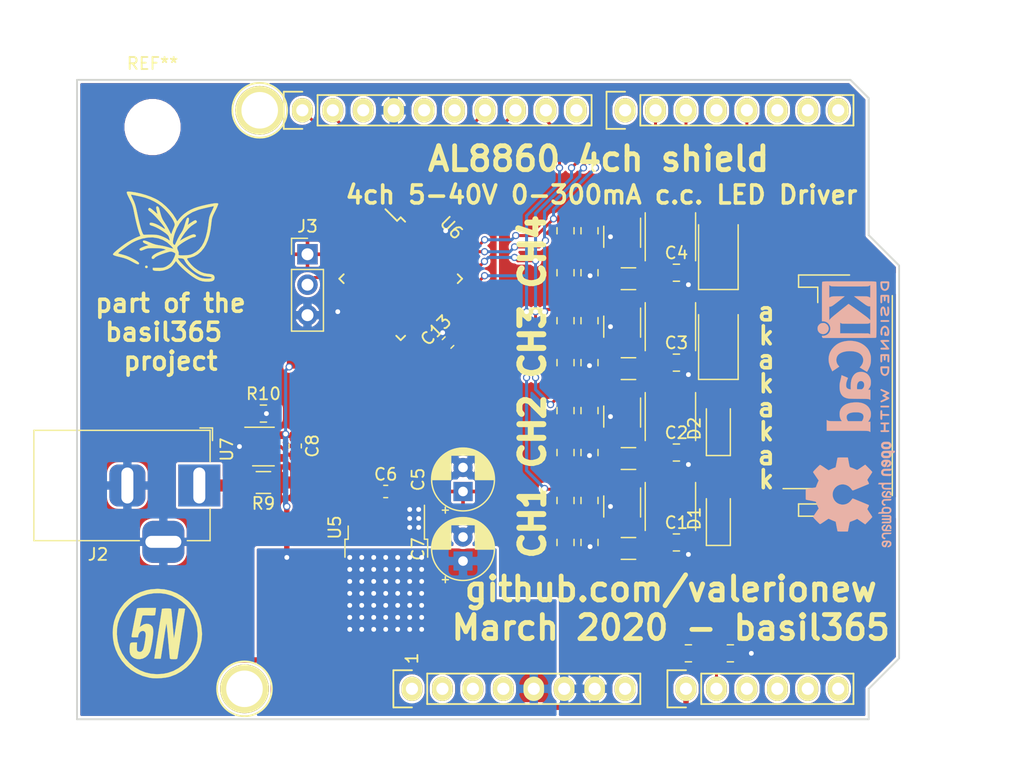
<source format=kicad_pcb>
(kicad_pcb (version 20171130) (host pcbnew "(5.1.10)-1")
  (title_block (date "lun. 30 mars 2015"))
  (layers (0 F.Cu signal) (31 B.Cu signal) (34 B.Paste user) (35 F.Paste user) (36 B.SilkS user) (37 F.SilkS user) (38 B.Mask user) (39 F.Mask user) (44 Edge.Cuts user))
  (net 0 "")
  (net 1 +5V)
  (net 2 GND)
  (net 3 /A0)
  (net 4 "/A4(SDA)")
  (net 5 "/A5(SCL)")
  (net 6 "/9(**)")
  (net 7 "/6(**)")
  (net 8 "/5(**)")
  (net 9 "/3(**)")
  (net 10 Vdrive)
  (net 11 "Net-(D1-Pad2)")
  (net 12 "Net-(D2-Pad2)")
  (net 13 "Net-(D3-Pad2)")
  (net 14 "Net-(D4-Pad2)")
  (net 15 "Net-(J2-Pad1)")
  (net 16 /CH1)
  (net 17 /CH2)
  (net 18 /CH3)
  (net 19 /CH4)
  (net 20 "Net-(J1-PadMP)")
  (net 21 "Net-(J1-Pad8)")
  (net 22 "Net-(J1-Pad7)")
  (net 23 "Net-(J1-Pad6)")
  (net 24 "Net-(J1-Pad5)")
  (net 25 "Net-(J1-Pad4)")
  (net 26 "Net-(J1-Pad3)")
  (net 27 "Net-(J1-Pad2)")
  (net 28 "Net-(J1-Pad1)")
  (net 29 "Net-(R11-Pad1)")
  (net 30 "Net-(R13-Pad1)")
  (net 31 "Net-(R15-Pad1)")
  (net 32 "Net-(R17-Pad1)")
  (net 33 "/11(**/MOSI)")
  (net 34 "/10(**/SS)")
  (net 35 "Net-(J3-Pad2)")
  (net 36 /A1)
  (module Diode_SMD:D_SOD-123 (layer F.Cu) (at 164.498 102.115 90)
    (fp_text reference D2 (at 0 -2 90) (layer F.SilkS))
    (fp_text value STPS0540Z)
    (pad 2 smd rect (at 1.65 0 90) (size 0.9 1.2) (layers F.Cu F.Paste F.Mask) (net 12 "Net-(D2-Pad2)"))
    (pad 1 smd rect (at -1.65 0 90) (size 0.9 1.2) (layers F.Cu F.Paste F.Mask) (net 10 Vdrive))
  )
  (module Diode_SMD:D_SOD-123 (layer F.Cu) (at 164.498 109.615 90)
    (fp_text reference D1 (at 0 -2 90) (layer F.SilkS))
    (fp_text value STPS0540Z)
    (pad 2 smd rect (at 1.65 0 90) (size 0.9 1.2) (layers F.Cu F.Paste F.Mask) (net 11 "Net-(D1-Pad2)"))
    (pad 1 smd rect (at -1.65 0 90) (size 0.9 1.2) (layers F.Cu F.Paste F.Mask) (net 10 Vdrive))
  )
  (module Capacitor_SMD:C_0805_2012Metric (layer F.Cu) (at 160.998 89.115)
    (fp_text reference C4 (at 0 -1.65) (layer F.SilkS))
    (fp_text value "10u X7R")
    (pad 2 smd roundrect (at 0.9375 0) (size 0.975 1.4) (layers F.Cu F.Paste F.Mask) (net 2 GND))
    (pad 1 smd roundrect (at -0.9375 0) (size 0.975 1.4) (layers F.Cu F.Paste F.Mask) (net 10 Vdrive))
  )
  (module Capacitor_SMD:C_0805_2012Metric (layer F.Cu) (at 160.998 96.615)
    (fp_text reference C3 (at 0 -1.65) (layer F.SilkS))
    (fp_text value "10u X7R")
    (pad 2 smd roundrect (at 0.9375 0) (size 0.975 1.4) (layers F.Cu F.Paste F.Mask) (net 2 GND))
    (pad 1 smd roundrect (at -0.9375 0) (size 0.975 1.4) (layers F.Cu F.Paste F.Mask) (net 10 Vdrive))
  )
  (module Capacitor_SMD:C_0805_2012Metric (layer F.Cu) (at 160.998 104.115)
    (fp_text reference C2 (at 0 -1.65) (layer F.SilkS))
    (fp_text value "10u X7R")
    (pad 2 smd roundrect (at 0.9375 0) (size 0.975 1.4) (layers F.Cu F.Paste F.Mask) (net 2 GND))
    (pad 1 smd roundrect (at -0.9375 0) (size 0.975 1.4) (layers F.Cu F.Paste F.Mask) (net 10 Vdrive))
  )
  (module Capacitor_SMD:C_0805_2012Metric (layer F.Cu) (at 160.998 111.615)
    (fp_text reference C1 (at 0 -1.65) (layer F.SilkS))
    (fp_text value "10u X7R")
    (pad 2 smd roundrect (at 0.9375 0) (size 0.975 1.4) (layers F.Cu F.Paste F.Mask) (net 2 GND))
    (pad 1 smd roundrect (at -0.9375 0) (size 0.975 1.4) (layers F.Cu F.Paste F.Mask) (net 10 Vdrive))
  )
  (module MountingHole:MountingHole_4.3mm_M4 (layer F.Cu) (at 117.298 76.965)
    (fp_text reference REF** (at 0 -5.3) (layer F.SilkS))
    (fp_text value MountingHole_4.3mm_M4)
    (pad 1 np_thru_hole circle (at 0 0) (size 4.3 4.3) (drill 4.3) (layers *.Cu *.Mask))
  )
  (module Symbol:OSHW-Logo2_9.8x8mm_SilkScreen (layer B.Cu) (at 175.498 107.615 270)
    (fp_text reference REF** hide)
    (fp_text value OSHW-Logo2_9.8x8mm_SilkScreen hide)
  )
  (module Symbol:KiCad-Logo2_5mm_SilkScreen (layer B.Cu) (at 175.748 96.115 270)
    (fp_text reference REF** hide)
    (fp_text value KiCad-Logo2_5mm_SilkScreen hide)
  )
  (module peach_solder (layer B.Cu) (at 116.998 119.365 180)
    (fp_text reference G*** hide)
    (fp_text value LOGO hide)
  )
  (module basil (layer F.Cu) (at 118.398 87.165)
    (fp_text reference G*** hide)
    (fp_text value LOGO hide)
  )
  (module logoM_ (layer F.Cu) (at 117.998 119.365)
    (fp_text reference G*** hide)
    (fp_text value LOGO hide)
  )
  (module Resistor_SMD:R_0805_2012Metric (layer F.Cu) (at 165.498 120.865)
    (fp_text reference R20 hide)
    (fp_text value 10k)
    (pad 2 smd roundrect (at 0.9375 0) (size 0.975 1.4) (layers F.Cu F.Paste F.Mask) (net 2 GND))
    (pad 1 smd roundrect (at -0.9375 0) (size 0.975 1.4) (layers F.Cu F.Paste F.Mask) (net 36 /A1))
  )
  (module Resistor_SMD:R_0805_2012Metric (layer F.Cu) (at 161.998 120.865)
    (fp_text reference R19 hide)
    (fp_text value 33k)
    (pad 2 smd roundrect (at 0.9375 0) (size 0.975 1.4) (layers F.Cu F.Paste F.Mask) (net 36 /A1))
    (pad 1 smd roundrect (at -0.9375 0) (size 0.975 1.4) (layers F.Cu F.Paste F.Mask) (net 10 Vdrive))
  )
  (module Connector_PinHeader_2.54mm:PinHeader_1x03_P2.54mm_Vertical (layer F.Cu) (at 130.223 87.575)
    (fp_text reference J3 (at 0 -2.33) (layer F.SilkS))
    (fp_text value Conn_01x03)
    (pad 3 thru_hole oval (at 0 5.08) (size 1.7 1.7) (drill 1) (layers *.Cu *.Mask) (net 2 GND))
    (pad 2 thru_hole oval (at 0 2.54) (size 1.7 1.7) (drill 1) (layers *.Cu *.Mask) (net 35 "Net-(J3-Pad2)"))
    (pad 1 thru_hole rect (at 0 0) (size 1.7 1.7) (drill 1) (layers *.Cu *.Mask) (net 1 +5V))
  )
  (module Capacitor_SMD:C_0603_1608Metric (layer F.Cu) (at 141.948 94.94 45)
    (fp_text reference C13 (at 0 -1.43 45) (layer F.SilkS))
    (fp_text value 100n)
    (pad 2 smd roundrect (at 0.7875 0 45) (size 0.875 0.95) (layers F.Cu F.Paste F.Mask) (net 2 GND))
    (pad 1 smd roundrect (at -0.7875 0 45) (size 0.875 0.95) (layers F.Cu F.Paste F.Mask) (net 1 +5V))
  )
  (module Resistor_SMD:R_0805_2012Metric (layer F.Cu) (at 151.748 89.115 270)
    (fp_text reference R18 hide)
    (fp_text value 10k)
    (pad 2 smd roundrect (at 0.9375 0 270) (size 0.975 1.4) (layers F.Cu F.Paste F.Mask) (net 2 GND))
    (pad 1 smd roundrect (at -0.9375 0 270) (size 0.975 1.4) (layers F.Cu F.Paste F.Mask) (net 32 "Net-(R17-Pad1)"))
  )
  (module Resistor_SMD:R_0805_2012Metric (layer F.Cu) (at 151.748 85.615 90)
    (fp_text reference R17 hide)
    (fp_text value 10k)
    (pad 2 smd roundrect (at 0.9375 0 90) (size 0.975 1.4) (layers F.Cu F.Paste F.Mask) (net 9 "/3(**)"))
    (pad 1 smd roundrect (at -0.9375 0 90) (size 0.975 1.4) (layers F.Cu F.Paste F.Mask) (net 32 "Net-(R17-Pad1)"))
  )
  (module Resistor_SMD:R_0805_2012Metric (layer F.Cu) (at 151.748 96.615 270)
    (fp_text reference R16 hide)
    (fp_text value 10k)
    (pad 2 smd roundrect (at 0.9375 0 270) (size 0.975 1.4) (layers F.Cu F.Paste F.Mask) (net 2 GND))
    (pad 1 smd roundrect (at -0.9375 0 270) (size 0.975 1.4) (layers F.Cu F.Paste F.Mask) (net 31 "Net-(R15-Pad1)"))
  )
  (module Resistor_SMD:R_0805_2012Metric (layer F.Cu) (at 151.748 93.115 90)
    (fp_text reference R15 hide)
    (fp_text value 10k)
    (pad 2 smd roundrect (at 0.9375 0 90) (size 0.975 1.4) (layers F.Cu F.Paste F.Mask) (net 8 "/5(**)"))
    (pad 1 smd roundrect (at -0.9375 0 90) (size 0.975 1.4) (layers F.Cu F.Paste F.Mask) (net 31 "Net-(R15-Pad1)"))
  )
  (module Resistor_SMD:R_0805_2012Metric (layer F.Cu) (at 151.748 104.115 270)
    (fp_text reference R14 hide)
    (fp_text value 10k)
    (pad 2 smd roundrect (at 0.9375 0 270) (size 0.975 1.4) (layers F.Cu F.Paste F.Mask) (net 2 GND))
    (pad 1 smd roundrect (at -0.9375 0 270) (size 0.975 1.4) (layers F.Cu F.Paste F.Mask) (net 30 "Net-(R13-Pad1)"))
  )
  (module Resistor_SMD:R_0805_2012Metric (layer F.Cu) (at 151.748 100.615 90)
    (fp_text reference R13 hide)
    (fp_text value 10k)
    (pad 2 smd roundrect (at 0.9375 0 90) (size 0.975 1.4) (layers F.Cu F.Paste F.Mask) (net 7 "/6(**)"))
    (pad 1 smd roundrect (at -0.9375 0 90) (size 0.975 1.4) (layers F.Cu F.Paste F.Mask) (net 30 "Net-(R13-Pad1)"))
  )
  (module Resistor_SMD:R_0805_2012Metric (layer F.Cu) (at 151.748 111.615 270)
    (fp_text reference R12 hide)
    (fp_text value 10k)
    (pad 2 smd roundrect (at 0.9375 0 270) (size 0.975 1.4) (layers F.Cu F.Paste F.Mask) (net 2 GND))
    (pad 1 smd roundrect (at -0.9375 0 270) (size 0.975 1.4) (layers F.Cu F.Paste F.Mask) (net 29 "Net-(R11-Pad1)"))
  )
  (module Resistor_SMD:R_0805_2012Metric (layer F.Cu) (at 151.748 108.115 90)
    (fp_text reference R11 hide)
    (fp_text value 10k)
    (pad 2 smd roundrect (at 0.9375 0 90) (size 0.975 1.4) (layers F.Cu F.Paste F.Mask) (net 6 "/9(**)"))
    (pad 1 smd roundrect (at -0.9375 0 90) (size 0.975 1.4) (layers F.Cu F.Paste F.Mask) (net 29 "Net-(R11-Pad1)"))
  )
  (module Package_TO_SOT_SMD:SOT-23-5 (layer F.Cu) (at 126.548 103.615)
    (fp_text reference U7 (at -3.05 0.25 90) (layer F.SilkS))
    (fp_text value INA138)
    (pad 5 smd rect (at 1.1 -0.95) (size 1.06 0.65) (layers F.Cu F.Paste F.Mask) (net 1 +5V))
    (pad 4 smd rect (at 1.1 0.95) (size 1.06 0.65) (layers F.Cu F.Paste F.Mask) (net 10 Vdrive))
    (pad 3 smd rect (at -1.1 0.95) (size 1.06 0.65) (layers F.Cu F.Paste F.Mask) (net 15 "Net-(J2-Pad1)"))
    (pad 2 smd rect (at -1.1 0) (size 1.06 0.65) (layers F.Cu F.Paste F.Mask) (net 2 GND))
    (pad 1 smd rect (at -1.1 -0.95) (size 1.06 0.65) (layers F.Cu F.Paste F.Mask) (net 3 /A0))
  )
  (module Package_QFP:TQFP-48_7x7mm_P0.5mm (layer F.Cu) (at 137.998 89.615 315)
    (fp_text reference U6 (at 0 -6 135) (layer F.SilkS))
    (fp_text value ATmega4809-A)
    (pad 1 smd rect (at -4.35 -2.75 315) (size 1.3 0.25) (layers F.Cu F.Paste F.Mask))
    (pad 2 smd rect (at -4.35 -2.25 315) (size 1.3 0.25) (layers F.Cu F.Paste F.Mask))
    (pad 3 smd rect (at -4.35 -1.75 315) (size 1.3 0.25) (layers F.Cu F.Paste F.Mask))
    (pad 4 smd rect (at -4.35 -1.25 315) (size 1.3 0.25) (layers F.Cu F.Paste F.Mask))
    (pad 5 smd rect (at -4.35 -0.75 315) (size 1.3 0.25) (layers F.Cu F.Paste F.Mask))
    (pad 6 smd rect (at -4.35 -0.25 315) (size 1.3 0.25) (layers F.Cu F.Paste F.Mask))
    (pad 7 smd rect (at -4.35 0.25 315) (size 1.3 0.25) (layers F.Cu F.Paste F.Mask))
    (pad 8 smd rect (at -4.35 0.75 315) (size 1.3 0.25) (layers F.Cu F.Paste F.Mask))
    (pad 9 smd rect (at -4.35 1.25 315) (size 1.3 0.25) (layers F.Cu F.Paste F.Mask))
    (pad 10 smd rect (at -4.35 1.75 315) (size 1.3 0.25) (layers F.Cu F.Paste F.Mask))
    (pad 11 smd rect (at -4.35 2.25 315) (size 1.3 0.25) (layers F.Cu F.Paste F.Mask))
    (pad 12 smd rect (at -4.35 2.75 315) (size 1.3 0.25) (layers F.Cu F.Paste F.Mask))
    (pad 13 smd rect (at -2.75 4.35 45) (size 1.3 0.25) (layers F.Cu F.Paste F.Mask))
    (pad 14 smd rect (at -2.25 4.35 45) (size 1.3 0.25) (layers F.Cu F.Paste F.Mask) (net 1 +5V))
    (pad 15 smd rect (at -1.75 4.35 45) (size 1.3 0.25) (layers F.Cu F.Paste F.Mask) (net 2 GND))
    (pad 16 smd rect (at -1.25 4.35 45) (size 1.3 0.25) (layers F.Cu F.Paste F.Mask))
    (pad 17 smd rect (at -0.75 4.35 45) (size 1.3 0.25) (layers F.Cu F.Paste F.Mask))
    (pad 18 smd rect (at -0.25 4.35 45) (size 1.3 0.25) (layers F.Cu F.Paste F.Mask))
    (pad 19 smd rect (at 0.25 4.35 45) (size 1.3 0.25) (layers F.Cu F.Paste F.Mask))
    (pad 20 smd rect (at 0.75 4.35 45) (size 1.3 0.25) (layers F.Cu F.Paste F.Mask))
    (pad 21 smd rect (at 1.25 4.35 45) (size 1.3 0.25) (layers F.Cu F.Paste F.Mask))
    (pad 22 smd rect (at 1.75 4.35 45) (size 1.3 0.25) (layers F.Cu F.Paste F.Mask))
    (pad 23 smd rect (at 2.25 4.35 45) (size 1.3 0.25) (layers F.Cu F.Paste F.Mask))
    (pad 24 smd rect (at 2.75 4.35 45) (size 1.3 0.25) (layers F.Cu F.Paste F.Mask))
    (pad 25 smd rect (at 4.35 2.75 315) (size 1.3 0.25) (layers F.Cu F.Paste F.Mask))
    (pad 26 smd rect (at 4.35 2.25 315) (size 1.3 0.25) (layers F.Cu F.Paste F.Mask))
    (pad 27 smd rect (at 4.35 1.75 315) (size 1.3 0.25) (layers F.Cu F.Paste F.Mask))
    (pad 28 smd rect (at 4.35 1.25 315) (size 1.3 0.25) (layers F.Cu F.Paste F.Mask) (net 1 +5V))
    (pad 29 smd rect (at 4.35 0.75 315) (size 1.3 0.25) (layers F.Cu F.Paste F.Mask) (net 2 GND))
    (pad 30 smd rect (at 4.35 0.25 315) (size 1.3 0.25) (layers F.Cu F.Paste F.Mask))
    (pad 31 smd rect (at 4.35 -0.25 315) (size 1.3 0.25) (layers F.Cu F.Paste F.Mask))
    (pad 32 smd rect (at 4.35 -0.75 315) (size 1.3 0.25) (layers F.Cu F.Paste F.Mask))
    (pad 33 smd rect (at 4.35 -1.25 315) (size 1.3 0.25) (layers F.Cu F.Paste F.Mask))
    (pad 34 smd rect (at 4.35 -1.75 315) (size 1.3 0.25) (layers F.Cu F.Paste F.Mask))
    (pad 35 smd rect (at 4.35 -2.25 315) (size 1.3 0.25) (layers F.Cu F.Paste F.Mask))
    (pad 36 smd rect (at 4.35 -2.75 315) (size 1.3 0.25) (layers F.Cu F.Paste F.Mask) (net 6 "/9(**)"))
    (pad 37 smd rect (at 2.75 -4.35 45) (size 1.3 0.25) (layers F.Cu F.Paste F.Mask) (net 7 "/6(**)"))
    (pad 38 smd rect (at 2.25 -4.35 45) (size 1.3 0.25) (layers F.Cu F.Paste F.Mask) (net 8 "/5(**)"))
    (pad 39 smd rect (at 1.75 -4.35 45) (size 1.3 0.25) (layers F.Cu F.Paste F.Mask) (net 9 "/3(**)"))
    (pad 40 smd rect (at 1.25 -4.35 45) (size 1.3 0.25) (layers F.Cu F.Paste F.Mask))
    (pad 41 smd rect (at 0.75 -4.35 45) (size 1.3 0.25) (layers F.Cu F.Paste F.Mask) (net 35 "Net-(J3-Pad2)"))
    (pad 42 smd rect (at 0.25 -4.35 45) (size 1.3 0.25) (layers F.Cu F.Paste F.Mask) (net 1 +5V))
    (pad 43 smd rect (at -0.25 -4.35 45) (size 1.3 0.25) (layers F.Cu F.Paste F.Mask) (net 2 GND))
    (pad 44 smd rect (at -0.75 -4.35 45) (size 1.3 0.25) (layers F.Cu F.Paste F.Mask) (net 34 "/10(**/SS)"))
    (pad 45 smd rect (at -1.25 -4.35 45) (size 1.3 0.25) (layers F.Cu F.Paste F.Mask) (net 33 "/11(**/MOSI)"))
    (pad 46 smd rect (at -1.75 -4.35 45) (size 1.3 0.25) (layers F.Cu F.Paste F.Mask) (net 4 "/A4(SDA)"))
    (pad 47 smd rect (at -2.25 -4.35 45) (size 1.3 0.25) (layers F.Cu F.Paste F.Mask) (net 5 "/A5(SCL)"))
    (pad 48 smd rect (at -2.75 -4.35 45) (size 1.3 0.25) (layers F.Cu F.Paste F.Mask))
  )
  (module Resistor_SMD:R_0805_2012Metric (layer F.Cu) (at 126.548 100.865)
    (fp_text reference R10 (at 0 -1.65) (layer F.SilkS))
    (fp_text value R)
    (pad 2 smd roundrect (at 0.9375 0) (size 0.975 1.4) (layers F.Cu F.Paste F.Mask) (net 2 GND))
    (pad 1 smd roundrect (at -0.9375 0) (size 0.975 1.4) (layers F.Cu F.Paste F.Mask) (net 3 /A0))
  )
  (module Resistor_SMD:R_1206_3216Metric (layer F.Cu) (at 126.548 106.615)
    (fp_text reference R9 (at 0 1.75) (layer F.SilkS))
    (fp_text value 0R1)
    (pad 2 smd roundrect (at 1.4 0) (size 1.25 1.75) (layers F.Cu F.Paste F.Mask) (roundrect_rratio 0.2) (net 10 Vdrive))
    (pad 1 smd roundrect (at -1.4 0) (size 1.25 1.75) (layers F.Cu F.Paste F.Mask) (roundrect_rratio 0.2) (net 15 "Net-(J2-Pad1)"))
  )
  (module Resistor_SMD:R_1206_3216Metric (layer F.Cu) (at 156.998 89.615 180)
    (fp_text reference R4 hide)
    (fp_text value 0.3R)
    (pad 2 smd roundrect (at 1.4 0 180) (size 1.25 1.75) (layers F.Cu F.Paste F.Mask) (roundrect_rratio 0.2) (net 21 "Net-(J1-Pad8)"))
    (pad 1 smd roundrect (at -1.4 0 180) (size 1.25 1.75) (layers F.Cu F.Paste F.Mask) (roundrect_rratio 0.2) (net 10 Vdrive))
  )
  (module Diode_SMD:D_SMA (layer F.Cu) (at 164.498 87.115 90)
    (fp_text reference D4 hide)
    (fp_text value SS14-DC)
    (pad 2 smd rect (at 2 0 90) (size 2.5 1.8) (layers F.Cu F.Paste F.Mask) (net 14 "Net-(D4-Pad2)"))
    (pad 1 smd rect (at -2 0 90) (size 2.5 1.8) (layers F.Cu F.Paste F.Mask) (net 10 Vdrive))
  )
  (module Resistor_SMD:R_0805_2012Metric (layer F.Cu) (at 153.748 85.615 90)
    (fp_text reference R8 hide)
    (fp_text value 10k)
    (pad 2 smd roundrect (at 0.9375 0 90) (size 0.975 1.4) (layers F.Cu F.Paste F.Mask) (net 32 "Net-(R17-Pad1)"))
    (pad 1 smd roundrect (at -0.9375 0 90) (size 0.975 1.4) (layers F.Cu F.Paste F.Mask) (net 19 /CH4))
  )
  (module Resistor_SMD:R_0805_2012Metric (layer F.Cu) (at 153.748 93.115 90)
    (fp_text reference R7 hide)
    (fp_text value 10k)
    (pad 2 smd roundrect (at 0.9375 0 90) (size 0.975 1.4) (layers F.Cu F.Paste F.Mask) (net 31 "Net-(R15-Pad1)"))
    (pad 1 smd roundrect (at -0.9375 0 90) (size 0.975 1.4) (layers F.Cu F.Paste F.Mask) (net 18 /CH3))
  )
  (module Resistor_SMD:R_0805_2012Metric (layer F.Cu) (at 153.748 100.615 90)
    (fp_text reference R6 hide)
    (fp_text value 10k)
    (pad 2 smd roundrect (at 0.9375 0 90) (size 0.975 1.4) (layers F.Cu F.Paste F.Mask) (net 30 "Net-(R13-Pad1)"))
    (pad 1 smd roundrect (at -0.9375 0 90) (size 0.975 1.4) (layers F.Cu F.Paste F.Mask) (net 17 /CH2))
  )
  (module Resistor_SMD:R_0805_2012Metric (layer F.Cu) (at 153.748 108.115 90)
    (fp_text reference R5 hide)
    (fp_text value 10k)
    (pad 2 smd roundrect (at 0.9375 0 90) (size 0.975 1.4) (layers F.Cu F.Paste F.Mask) (net 29 "Net-(R11-Pad1)"))
    (pad 1 smd roundrect (at -0.9375 0 90) (size 0.975 1.4) (layers F.Cu F.Paste F.Mask) (net 16 /CH1))
  )
  (module Capacitor_SMD:C_0805_2012Metric (layer F.Cu) (at 153.748 89.115 270)
    (fp_text reference C12 hide)
    (fp_text value "10u X7R")
    (pad 2 smd roundrect (at 0.9375 0 270) (size 0.975 1.4) (layers F.Cu F.Paste F.Mask) (net 2 GND))
    (pad 1 smd roundrect (at -0.9375 0 270) (size 0.975 1.4) (layers F.Cu F.Paste F.Mask) (net 19 /CH4))
  )
  (module Capacitor_SMD:C_0805_2012Metric (layer F.Cu) (at 153.748 96.615 270)
    (fp_text reference C11 hide)
    (fp_text value "10u X7R")
    (pad 2 smd roundrect (at 0.9375 0 270) (size 0.975 1.4) (layers F.Cu F.Paste F.Mask) (net 2 GND))
    (pad 1 smd roundrect (at -0.9375 0 270) (size 0.975 1.4) (layers F.Cu F.Paste F.Mask) (net 18 /CH3))
  )
  (module Capacitor_SMD:C_0805_2012Metric (layer F.Cu) (at 153.748 104.115 270)
    (fp_text reference C10 hide)
    (fp_text value "10u X7R")
    (pad 2 smd roundrect (at 0.9375 0 270) (size 0.975 1.4) (layers F.Cu F.Paste F.Mask) (net 2 GND))
    (pad 1 smd roundrect (at -0.9375 0 270) (size 0.975 1.4) (layers F.Cu F.Paste F.Mask) (net 17 /CH2))
  )
  (module Capacitor_SMD:C_0805_2012Metric (layer F.Cu) (at 153.748 111.615 270)
    (fp_text reference C9 hide)
    (fp_text value "10u X7R")
    (pad 2 smd roundrect (at 0.9375 0 270) (size 0.975 1.4) (layers F.Cu F.Paste F.Mask) (net 2 GND))
    (pad 1 smd roundrect (at -0.9375 0 270) (size 0.975 1.4) (layers F.Cu F.Paste F.Mask) (net 16 /CH1))
  )
  (module Package_TO_SOT_SMD:TSOT-23-5 (layer F.Cu) (at 156.498 86.115 270)
    (fp_text reference U4 hide)
    (fp_text value AL8860WT-7)
    (pad 5 smd rect (at 1.31 -0.95 270) (size 1.22 0.65) (layers F.Cu F.Paste F.Mask) (net 10 Vdrive))
    (pad 4 smd rect (at 1.31 0.95 270) (size 1.22 0.65) (layers F.Cu F.Paste F.Mask) (net 21 "Net-(J1-Pad8)"))
    (pad 3 smd rect (at -1.31 0.95 270) (size 1.22 0.65) (layers F.Cu F.Paste F.Mask) (net 19 /CH4))
    (pad 2 smd rect (at -1.31 0 270) (size 1.22 0.65) (layers F.Cu F.Paste F.Mask) (net 2 GND))
    (pad 1 smd rect (at -1.31 -0.95 270) (size 1.22 0.65) (layers F.Cu F.Paste F.Mask) (net 14 "Net-(D4-Pad2)"))
  )
  (module Package_TO_SOT_SMD:TSOT-23-5 (layer F.Cu) (at 156.498 93.615 270)
    (fp_text reference U3 hide)
    (fp_text value AL8860WT-7)
    (pad 5 smd rect (at 1.31 -0.95 270) (size 1.22 0.65) (layers F.Cu F.Paste F.Mask) (net 10 Vdrive))
    (pad 4 smd rect (at 1.31 0.95 270) (size 1.22 0.65) (layers F.Cu F.Paste F.Mask) (net 23 "Net-(J1-Pad6)"))
    (pad 3 smd rect (at -1.31 0.95 270) (size 1.22 0.65) (layers F.Cu F.Paste F.Mask) (net 18 /CH3))
    (pad 2 smd rect (at -1.31 0 270) (size 1.22 0.65) (layers F.Cu F.Paste F.Mask) (net 2 GND))
    (pad 1 smd rect (at -1.31 -0.95 270) (size 1.22 0.65) (layers F.Cu F.Paste F.Mask) (net 13 "Net-(D3-Pad2)"))
  )
  (module Package_TO_SOT_SMD:TSOT-23-5 (layer F.Cu) (at 156.498 101.115 270)
    (fp_text reference U2 hide)
    (fp_text value AL8860WT-7)
    (pad 5 smd rect (at 1.31 -0.95 270) (size 1.22 0.65) (layers F.Cu F.Paste F.Mask) (net 10 Vdrive))
    (pad 4 smd rect (at 1.31 0.95 270) (size 1.22 0.65) (layers F.Cu F.Paste F.Mask) (net 25 "Net-(J1-Pad4)"))
    (pad 3 smd rect (at -1.31 0.95 270) (size 1.22 0.65) (layers F.Cu F.Paste F.Mask) (net 17 /CH2))
    (pad 2 smd rect (at -1.31 0 270) (size 1.22 0.65) (layers F.Cu F.Paste F.Mask) (net 2 GND))
    (pad 1 smd rect (at -1.31 -0.95 270) (size 1.22 0.65) (layers F.Cu F.Paste F.Mask) (net 12 "Net-(D2-Pad2)"))
  )
  (module Package_TO_SOT_SMD:TSOT-23-5 (layer F.Cu) (at 156.498 108.615 270)
    (fp_text reference U1 hide)
    (fp_text value AL8860WT-7)
    (pad 5 smd rect (at 1.31 -0.95 270) (size 1.22 0.65) (layers F.Cu F.Paste F.Mask) (net 10 Vdrive))
    (pad 4 smd rect (at 1.31 0.95 270) (size 1.22 0.65) (layers F.Cu F.Paste F.Mask) (net 27 "Net-(J1-Pad2)"))
    (pad 3 smd rect (at -1.31 0.95 270) (size 1.22 0.65) (layers F.Cu F.Paste F.Mask) (net 16 /CH1))
    (pad 2 smd rect (at -1.31 0 270) (size 1.22 0.65) (layers F.Cu F.Paste F.Mask) (net 2 GND))
    (pad 1 smd rect (at -1.31 -0.95 270) (size 1.22 0.65) (layers F.Cu F.Paste F.Mask) (net 11 "Net-(D1-Pad2)"))
  )
  (module Package_TO_SOT_SMD:TO-252-2 (layer F.Cu) (at 136.798 113.815 270)
    (fp_text reference U5 (at -3.45 4.3 90) (layer F.SilkS))
    (fp_text value AZ1117-5.0)
    (pad 1 smd rect (at -4.2 -2.28 270) (size 2.2 1.2) (layers F.Cu F.Paste F.Mask) (net 2 GND))
    (pad 3 smd rect (at -4.2 2.28 270) (size 2.2 1.2) (layers F.Cu F.Paste F.Mask) (net 10 Vdrive))
    (pad 2 smd rect (at 2.1 0 270) (size 6.4 5.8) (layers F.Cu F.Mask) (net 1 +5V))
  )
  (module Resistor_SMD:R_1206_3216Metric (layer F.Cu) (at 156.998 97.115 180)
    (fp_text reference R3 hide)
    (fp_text value 0.3R)
    (pad 2 smd roundrect (at 1.4 0 180) (size 1.25 1.75) (layers F.Cu F.Paste F.Mask) (roundrect_rratio 0.2) (net 23 "Net-(J1-Pad6)"))
    (pad 1 smd roundrect (at -1.4 0 180) (size 1.25 1.75) (layers F.Cu F.Paste F.Mask) (roundrect_rratio 0.2) (net 10 Vdrive))
  )
  (module Resistor_SMD:R_1206_3216Metric (layer F.Cu) (at 156.998 104.615 180)
    (fp_text reference R2 hide)
    (fp_text value 0.3R)
    (pad 2 smd roundrect (at 1.4 0 180) (size 1.25 1.75) (layers F.Cu F.Paste F.Mask) (roundrect_rratio 0.2) (net 25 "Net-(J1-Pad4)"))
    (pad 1 smd roundrect (at -1.4 0 180) (size 1.25 1.75) (layers F.Cu F.Paste F.Mask) (roundrect_rratio 0.2) (net 10 Vdrive))
  )
  (module Resistor_SMD:R_1206_3216Metric (layer F.Cu) (at 156.998 112.115 180)
    (fp_text reference R1 hide)
    (fp_text value 0.3R)
    (pad 2 smd roundrect (at 1.4 0 180) (size 1.25 1.75) (layers F.Cu F.Paste F.Mask) (roundrect_rratio 0.2) (net 27 "Net-(J1-Pad2)"))
    (pad 1 smd roundrect (at -1.4 0 180) (size 1.25 1.75) (layers F.Cu F.Paste F.Mask) (roundrect_rratio 0.2) (net 10 Vdrive))
  )
  (module Inductor_SMD:L_Taiyo-Yuden_NR-40xx (layer F.Cu) (at 160.498 86.115 270)
    (fp_text reference L4 hide)
    (fp_text value 68u)
    (pad 2 smd rect (at 1.4 0 270) (size 1.2 3.9) (layers F.Cu F.Paste F.Mask) (net 22 "Net-(J1-Pad7)"))
    (pad 1 smd rect (at -1.4 0 270) (size 1.2 3.9) (layers F.Cu F.Paste F.Mask) (net 14 "Net-(D4-Pad2)"))
  )
  (module Inductor_SMD:L_Taiyo-Yuden_NR-40xx (layer F.Cu) (at 160.498 93.615 270)
    (fp_text reference L3 hide)
    (fp_text value 68u)
    (pad 2 smd rect (at 1.4 0 270) (size 1.2 3.9) (layers F.Cu F.Paste F.Mask) (net 24 "Net-(J1-Pad5)"))
    (pad 1 smd rect (at -1.4 0 270) (size 1.2 3.9) (layers F.Cu F.Paste F.Mask) (net 13 "Net-(D3-Pad2)"))
  )
  (module Inductor_SMD:L_Taiyo-Yuden_NR-40xx (layer F.Cu) (at 160.498 101.115 270)
    (fp_text reference L2 hide)
    (fp_text value 68u)
    (pad 2 smd rect (at 1.4 0 270) (size 1.2 3.9) (layers F.Cu F.Paste F.Mask) (net 26 "Net-(J1-Pad3)"))
    (pad 1 smd rect (at -1.4 0 270) (size 1.2 3.9) (layers F.Cu F.Paste F.Mask) (net 12 "Net-(D2-Pad2)"))
  )
  (module Inductor_SMD:L_Taiyo-Yuden_NR-40xx (layer F.Cu) (at 160.498 108.615 270)
    (fp_text reference L1 hide)
    (fp_text value 68u)
    (pad 2 smd rect (at 1.4 0 270) (size 1.2 3.9) (layers F.Cu F.Paste F.Mask) (net 28 "Net-(J1-Pad1)"))
    (pad 1 smd rect (at -1.4 0 270) (size 1.2 3.9) (layers F.Cu F.Paste F.Mask) (net 11 "Net-(D1-Pad2)"))
  )
  (module Connector_JST:JST_PH_S8B-PH-SM4-TB_1x08-1MP_P2.00mm_Horizontal (layer F.Cu) (at 174.498 99.365 90)
    (fp_text reference J1 hide)
    (fp_text value Conn_01x08_MountingPin)
    (pad MP smd roundrect (at 9.35 2.9 90) (size 1.5 3.4) (layers F.Cu F.Paste F.Mask) (roundrect_rratio 0.166667) (net 20 "Net-(J1-PadMP)"))
    (pad MP smd roundrect (at -9.35 2.9 90) (size 1.5 3.4) (layers F.Cu F.Paste F.Mask) (roundrect_rratio 0.166667) (net 20 "Net-(J1-PadMP)"))
    (pad 8 smd roundrect (at 7 -2.85 90) (size 1 3.5) (layers F.Cu F.Paste F.Mask) (net 21 "Net-(J1-Pad8)"))
    (pad 7 smd roundrect (at 5 -2.85 90) (size 1 3.5) (layers F.Cu F.Paste F.Mask) (net 22 "Net-(J1-Pad7)"))
    (pad 6 smd roundrect (at 3 -2.85 90) (size 1 3.5) (layers F.Cu F.Paste F.Mask) (net 23 "Net-(J1-Pad6)"))
    (pad 5 smd roundrect (at 1 -2.85 90) (size 1 3.5) (layers F.Cu F.Paste F.Mask) (net 24 "Net-(J1-Pad5)"))
    (pad 4 smd roundrect (at -1 -2.85 90) (size 1 3.5) (layers F.Cu F.Paste F.Mask) (net 25 "Net-(J1-Pad4)"))
    (pad 3 smd roundrect (at -3 -2.85 90) (size 1 3.5) (layers F.Cu F.Paste F.Mask) (net 26 "Net-(J1-Pad3)"))
    (pad 2 smd roundrect (at -5 -2.85 90) (size 1 3.5) (layers F.Cu F.Paste F.Mask) (net 27 "Net-(J1-Pad2)"))
    (pad 1 smd roundrect (at -7 -2.85 90) (size 1 3.5) (layers F.Cu F.Paste F.Mask) (net 28 "Net-(J1-Pad1)"))
  )
  (module Connector_BarrelJack:BarrelJack_Horizontal (layer F.Cu) (at 121.198 106.865)
    (fp_text reference J2 (at -8.45 5.75) (layer F.SilkS))
    (fp_text value Barrel_Jack_Switch)
    (pad 3 thru_hole roundrect (at -3 4.7) (size 3.5 3.5) (drill oval 3 1) (layers *.Cu *.Mask) (net 2 GND))
    (pad 2 thru_hole roundrect (at -6 0) (size 3 3.5) (drill oval 1 3) (layers *.Cu *.Mask) (net 2 GND))
    (pad 1 thru_hole rect (at 0 0) (size 3.5 3.5) (drill oval 1 3) (layers *.Cu *.Mask) (net 15 "Net-(J2-Pad1)"))
  )
  (module Diode_SMD:D_SMA (layer F.Cu) (at 164.498 94.615 90)
    (fp_text reference D3 hide)
    (fp_text value SS14-DC)
    (pad 2 smd rect (at 2 0 90) (size 2.5 1.8) (layers F.Cu F.Paste F.Mask) (net 13 "Net-(D3-Pad2)"))
    (pad 1 smd rect (at -2 0 90) (size 2.5 1.8) (layers F.Cu F.Paste F.Mask) (net 10 Vdrive))
  )
  (module Capacitor_SMD:C_0603_1608Metric (layer F.Cu) (at 129.198 103.565 270)
    (fp_text reference C8 (at 0 -1.43 90) (layer F.SilkS))
    (fp_text value 100n)
    (pad 2 smd roundrect (at 0.7875 0 270) (size 0.875 0.95) (layers F.Cu F.Paste F.Mask) (net 2 GND))
    (pad 1 smd roundrect (at -0.7875 0 270) (size 0.875 0.95) (layers F.Cu F.Paste F.Mask) (net 1 +5V))
  )
  (module Capacitor_THT:CP_Radial_D5.0mm_P2.00mm (layer F.Cu) (at 143.198 113.165 90)
    (fp_text reference C7 (at 1 -3.75 90) (layer F.SilkS))
    (fp_text value 22u)
    (pad 2 thru_hole circle (at 2 0 90) (size 1.6 1.6) (drill 0.8) (layers *.Cu *.Mask) (net 2 GND))
    (pad 1 thru_hole rect (at 0 0 90) (size 1.6 1.6) (drill 0.8) (layers *.Cu *.Mask) (net 1 +5V))
  )
  (module Capacitor_SMD:C_0603_1608Metric (layer F.Cu) (at 136.748 107.365)
    (fp_text reference C6 (at 0 -1.43) (layer F.SilkS))
    (fp_text value 100n)
    (pad 2 smd roundrect (at 0.7875 0) (size 0.875 0.95) (layers F.Cu F.Paste F.Mask) (net 2 GND))
    (pad 1 smd roundrect (at -0.7875 0) (size 0.875 0.95) (layers F.Cu F.Paste F.Mask) (net 10 Vdrive))
  )
  (module Capacitor_THT:CP_Radial_D5.0mm_P2.00mm (layer F.Cu) (at 143.198 107.365 90)
    (fp_text reference C5 (at 1 -3.75 90) (layer F.SilkS))
    (fp_text value 22u)
    (pad 1 thru_hole rect (at 0 0 90) (size 1.6 1.6) (drill 0.8) (layers *.Cu *.Mask) (net 10 Vdrive))
    (pad 2 thru_hole circle (at 2 0 90) (size 1.6 1.6) (drill 0.8) (layers *.Cu *.Mask) (net 2 GND))
  )
  (module Socket_Arduino_Uno:Socket_Strip_Arduino_1x08 (layer F.Cu) (at 138.938 123.825)
    (fp_text reference P2 hide)
    (fp_text value Power)
    (pad 8 thru_hole oval (at 17.78 0) (size 1.7272 2.032) (drill 1.016) (layers *.Cu *.Mask F.SilkS))
    (pad 7 thru_hole oval (at 15.24 0) (size 1.7272 2.032) (drill 1.016) (layers *.Cu *.Mask F.SilkS) (net 2 GND))
    (pad 6 thru_hole oval (at 12.7 0) (size 1.7272 2.032) (drill 1.016) (layers *.Cu *.Mask F.SilkS) (net 2 GND))
    (pad 5 thru_hole oval (at 10.16 0) (size 1.7272 2.032) (drill 1.016) (layers *.Cu *.Mask F.SilkS) (net 1 +5V))
    (pad 4 thru_hole oval (at 7.62 0) (size 1.7272 2.032) (drill 1.016) (layers *.Cu *.Mask F.SilkS))
    (pad 3 thru_hole oval (at 5.08 0) (size 1.7272 2.032) (drill 1.016) (layers *.Cu *.Mask F.SilkS))
    (pad 2 thru_hole oval (at 2.54 0) (size 1.7272 2.032) (drill 1.016) (layers *.Cu *.Mask F.SilkS))
    (pad 1 thru_hole oval (at 0 0) (size 1.7272 2.032) (drill 1.016) (layers *.Cu *.Mask F.SilkS))
  )
  (module Socket_Arduino_Uno:Socket_Strip_Arduino_1x06 (layer F.Cu) (at 161.798 123.825)
    (fp_text reference P4 hide)
    (fp_text value Analog)
    (pad 6 thru_hole oval (at 12.7 0) (size 1.7272 2.032) (drill 1.016) (layers *.Cu *.Mask F.SilkS) (net 5 "/A5(SCL)"))
    (pad 5 thru_hole oval (at 10.16 0) (size 1.7272 2.032) (drill 1.016) (layers *.Cu *.Mask F.SilkS) (net 4 "/A4(SDA)"))
    (pad 4 thru_hole oval (at 7.62 0) (size 1.7272 2.032) (drill 1.016) (layers *.Cu *.Mask F.SilkS))
    (pad 3 thru_hole oval (at 5.08 0) (size 1.7272 2.032) (drill 1.016) (layers *.Cu *.Mask F.SilkS))
    (pad 2 thru_hole oval (at 2.54 0) (size 1.7272 2.032) (drill 1.016) (layers *.Cu *.Mask F.SilkS) (net 36 /A1))
    (pad 1 thru_hole oval (at 0 0) (size 1.7272 2.032) (drill 1.016) (layers *.Cu *.Mask F.SilkS) (net 3 /A0))
  )
  (module Socket_Arduino_Uno:Socket_Strip_Arduino_1x10 (layer F.Cu) (at 129.794 75.565)
    (fp_text reference P1 hide)
    (fp_text value Digital)
    (pad 10 thru_hole oval (at 22.86 0) (size 1.7272 2.032) (drill 1.016) (layers *.Cu *.Mask F.SilkS))
    (pad 9 thru_hole oval (at 20.32 0) (size 1.7272 2.032) (drill 1.016) (layers *.Cu *.Mask F.SilkS) (net 6 "/9(**)"))
    (pad 8 thru_hole oval (at 17.78 0) (size 1.7272 2.032) (drill 1.016) (layers *.Cu *.Mask F.SilkS) (net 34 "/10(**/SS)"))
    (pad 7 thru_hole oval (at 15.24 0) (size 1.7272 2.032) (drill 1.016) (layers *.Cu *.Mask F.SilkS) (net 33 "/11(**/MOSI)"))
    (pad 6 thru_hole oval (at 12.7 0) (size 1.7272 2.032) (drill 1.016) (layers *.Cu *.Mask F.SilkS))
    (pad 5 thru_hole oval (at 10.16 0) (size 1.7272 2.032) (drill 1.016) (layers *.Cu *.Mask F.SilkS))
    (pad 4 thru_hole oval (at 7.62 0) (size 1.7272 2.032) (drill 1.016) (layers *.Cu *.Mask F.SilkS) (net 2 GND))
    (pad 3 thru_hole oval (at 5.08 0) (size 1.7272 2.032) (drill 1.016) (layers *.Cu *.Mask F.SilkS))
    (pad 2 thru_hole oval (at 2.54 0) (size 1.7272 2.032) (drill 1.016) (layers *.Cu *.Mask F.SilkS) (net 4 "/A4(SDA)"))
    (pad 1 thru_hole oval (at 0 0) (size 1.7272 2.032) (drill 1.016) (layers *.Cu *.Mask F.SilkS) (net 5 "/A5(SCL)"))
  )
  (module Socket_Arduino_Uno:Socket_Strip_Arduino_1x08 (layer F.Cu) (at 156.718 75.565)
    (fp_text reference P3 hide)
    (fp_text value Digital)
    (pad 8 thru_hole oval (at 17.78 0) (size 1.7272 2.032) (drill 1.016) (layers *.Cu *.Mask F.SilkS))
    (pad 7 thru_hole oval (at 15.24 0) (size 1.7272 2.032) (drill 1.016) (layers *.Cu *.Mask F.SilkS))
    (pad 6 thru_hole oval (at 12.7 0) (size 1.7272 2.032) (drill 1.016) (layers *.Cu *.Mask F.SilkS))
    (pad 5 thru_hole oval (at 10.16 0) (size 1.7272 2.032) (drill 1.016) (layers *.Cu *.Mask F.SilkS) (net 9 "/3(**)"))
    (pad 4 thru_hole oval (at 7.62 0) (size 1.7272 2.032) (drill 1.016) (layers *.Cu *.Mask F.SilkS))
    (pad 3 thru_hole oval (at 5.08 0) (size 1.7272 2.032) (drill 1.016) (layers *.Cu *.Mask F.SilkS) (net 8 "/5(**)"))
    (pad 2 thru_hole oval (at 2.54 0) (size 1.7272 2.032) (drill 1.016) (layers *.Cu *.Mask F.SilkS) (net 7 "/6(**)"))
    (pad 1 thru_hole oval (at 0 0) (size 1.7272 2.032) (drill 1.016) (layers *.Cu *.Mask F.SilkS))
  )
  (module Socket_Arduino_Uno:Arduino_1pin (layer F.Cu) (at 124.968 123.825)
    (fp_text reference P5 hide)
    (fp_text value CONN_01X01 hide)
    (pad 1 thru_hole circle (at 0 0) (size 4.064 4.064) (drill 3.048) (layers *.Cu *.Mask F.SilkS))
  )
  (module Socket_Arduino_Uno:Arduino_1pin (layer F.Cu) (at 126.238 75.565)
    (fp_text reference P7 hide)
    (fp_text value CONN_01X01 hide)
    (pad 1 thru_hole circle (at 0 0) (size 4.064 4.064) (drill 3.048) (layers *.Cu *.Mask F.SilkS))
  )
  (gr_text "github.com/valerionew\nMarch 2020 - basil365" (at 160.528 117.115) (layer F.SilkS) (effects (font (size 2 2) (thickness 0.4))))
  (gr_text "part of the\nbasil365 \nproject" (at 118.798 94.065) (layer F.SilkS) (effects (font (size 1.5 1.5) (thickness 0.3))))
  (gr_text a (at 168.498 92.365) (layer F.SilkS) (effects (font (size 1.5 1.5) (thickness 0.3))))
  (gr_text a (at 168.498 96.365) (layer F.SilkS) (effects (font (size 1.5 1.5) (thickness 0.3))))
  (gr_text a (at 168.498 100.365) (layer F.SilkS) (effects (font (size 1.5 1.5) (thickness 0.3))))
  (gr_text a (at 168.498 104.365) (layer F.SilkS) (effects (font (size 1.5 1.5) (thickness 0.3))))
  (gr_text k (at 168.498 106.365) (layer F.SilkS) (effects (font (size 1.5 1.5) (thickness 0.3))))
  (gr_text k (at 168.498 102.365) (layer F.SilkS) (effects (font (size 1.5 1.5) (thickness 0.3))))
  (gr_text k (at 168.498 98.365) (layer F.SilkS) (effects (font (size 1.5 1.5) (thickness 0.3))))
  (gr_text k (at 168.498 94.365) (layer F.SilkS) (effects (font (size 1.5 1.5) (thickness 0.3))))
  (gr_text CH4 (at 148.998 87.365 90) (layer F.SilkS) (effects (font (size 2 2) (thickness 0.5))))
  (gr_text CH3 (at 148.998 94.865 90) (layer F.SilkS) (effects (font (size 2 2) (thickness 0.5))))
  (gr_text CH2 (at 148.998 102.365 90) (layer F.SilkS) (effects (font (size 2 2) (thickness 0.5))))
  (gr_text CH1 (at 148.998 109.865 90) (layer F.SilkS) (effects (font (size 2 2) (thickness 0.5))))
  (gr_text "4ch 5-40V 0-300mA c.c. LED Driver" (at 154.748 82.615) (layer F.SilkS) (effects (font (size 1.5 1.5) (thickness 0.3))))
  (gr_text "AL8860 4ch shield" (at 154.498 79.615) (layer F.SilkS) (effects (font (size 2 2) (thickness 0.4))))
  (gr_text 1 (at 138.938 121.285 90) (layer F.SilkS) (effects (font (size 1 1))))
  (gr_line (start 177.038 74.549) (end 175.514 73.025) (angle 90) (layer Edge.Cuts) (width 0.15))
  (gr_line (start 177.038 85.979) (end 177.038 74.549) (angle 90) (layer Edge.Cuts) (width 0.15))
  (gr_line (start 179.578 88.519) (end 177.038 85.979) (angle 90) (layer Edge.Cuts) (width 0.15))
  (gr_line (start 179.578 121.285) (end 179.578 88.519) (angle 90) (layer Edge.Cuts) (width 0.15))
  (gr_line (start 177.038 123.825) (end 179.578 121.285) (angle 90) (layer Edge.Cuts) (width 0.15))
  (gr_line (start 177.038 126.365) (end 177.038 123.825) (angle 90) (layer Edge.Cuts) (width 0.15))
  (gr_line (start 110.998 126.365) (end 177.038 126.365) (angle 90) (layer Edge.Cuts) (width 0.15))
  (gr_line (start 110.998 73.025) (end 110.998 126.365) (angle 90) (layer Edge.Cuts) (width 0.15))
  (gr_line (start 175.514 73.025) (end 110.998 73.025) (angle 90) (layer Edge.Cuts) (width 0.15))
  (via (at 133.748 112.865) (size 0.6) (drill 0.4) (layers F.Cu B.Cu) (net 1))
  (via (at 134.748 112.865) (size 0.6) (drill 0.4) (layers F.Cu B.Cu) (net 1))
  (via (at 135.748 112.865) (size 0.6) (drill 0.4) (layers F.Cu B.Cu) (net 1))
  (via (at 136.748 112.865) (size 0.6) (drill 0.4) (layers F.Cu B.Cu) (net 1))
  (via (at 137.748 112.865) (size 0.6) (drill 0.4) (layers F.Cu B.Cu) (net 1))
  (via (at 138.748 112.865) (size 0.6) (drill 0.4) (layers F.Cu B.Cu) (net 1))
  (via (at 139.748 112.865) (size 0.6) (drill 0.4) (layers F.Cu B.Cu) (net 1))
  (via (at 133.748 113.865) (size 0.6) (drill 0.4) (layers F.Cu B.Cu) (net 1))
  (via (at 134.748 113.865) (size 0.6) (drill 0.4) (layers F.Cu B.Cu) (net 1))
  (via (at 135.748 113.865) (size 0.6) (drill 0.4) (layers F.Cu B.Cu) (net 1))
  (via (at 136.748 113.865) (size 0.6) (drill 0.4) (layers F.Cu B.Cu) (net 1))
  (via (at 137.748 113.865) (size 0.6) (drill 0.4) (layers F.Cu B.Cu) (net 1))
  (via (at 138.748 113.865) (size 0.6) (drill 0.4) (layers F.Cu B.Cu) (net 1))
  (via (at 139.748 113.865) (size 0.6) (drill 0.4) (layers F.Cu B.Cu) (net 1))
  (via (at 133.748 114.865) (size 0.6) (drill 0.4) (layers F.Cu B.Cu) (net 1))
  (via (at 134.748 114.865) (size 0.6) (drill 0.4) (layers F.Cu B.Cu) (net 1))
  (via (at 135.748 114.865) (size 0.6) (drill 0.4) (layers F.Cu B.Cu) (net 1))
  (via (at 136.748 114.865) (size 0.6) (drill 0.4) (layers F.Cu B.Cu) (net 1))
  (via (at 137.748 114.865) (size 0.6) (drill 0.4) (layers F.Cu B.Cu) (net 1))
  (via (at 138.748 114.865) (size 0.6) (drill 0.4) (layers F.Cu B.Cu) (net 1))
  (via (at 139.748 114.865) (size 0.6) (drill 0.4) (layers F.Cu B.Cu) (net 1))
  (via (at 133.748 115.865) (size 0.6) (drill 0.4) (layers F.Cu B.Cu) (net 1))
  (via (at 134.748 115.865) (size 0.6) (drill 0.4) (layers F.Cu B.Cu) (net 1))
  (via (at 135.748 115.865) (size 0.6) (drill 0.4) (layers F.Cu B.Cu) (net 1))
  (via (at 136.748 115.865) (size 0.6) (drill 0.4) (layers F.Cu B.Cu) (net 1))
  (via (at 137.748 115.865) (size 0.6) (drill 0.4) (layers F.Cu B.Cu) (net 1))
  (via (at 138.748 115.865) (size 0.6) (drill 0.4) (layers F.Cu B.Cu) (net 1))
  (via (at 139.748 115.865) (size 0.6) (drill 0.4) (layers F.Cu B.Cu) (net 1))
  (via (at 133.748 116.865) (size 0.6) (drill 0.4) (layers F.Cu B.Cu) (net 1))
  (via (at 134.748 116.865) (size 0.6) (drill 0.4) (layers F.Cu B.Cu) (net 1))
  (via (at 135.748 116.865) (size 0.6) (drill 0.4) (layers F.Cu B.Cu) (net 1))
  (via (at 136.748 116.865) (size 0.6) (drill 0.4) (layers F.Cu B.Cu) (net 1))
  (via (at 137.748 116.865) (size 0.6) (drill 0.4) (layers F.Cu B.Cu) (net 1))
  (via (at 138.748 116.865) (size 0.6) (drill 0.4) (layers F.Cu B.Cu) (net 1))
  (via (at 139.748 116.865) (size 0.6) (drill 0.4) (layers F.Cu B.Cu) (net 1))
  (via (at 133.748 117.865) (size 0.6) (drill 0.4) (layers F.Cu B.Cu) (net 1))
  (via (at 134.748 117.865) (size 0.6) (drill 0.4) (layers F.Cu B.Cu) (net 1))
  (via (at 135.748 117.865) (size 0.6) (drill 0.4) (layers F.Cu B.Cu) (net 1))
  (via (at 136.748 117.865) (size 0.6) (drill 0.4) (layers F.Cu B.Cu) (net 1))
  (via (at 137.748 117.865) (size 0.6) (drill 0.4) (layers F.Cu B.Cu) (net 1))
  (via (at 138.748 117.865) (size 0.6) (drill 0.4) (layers F.Cu B.Cu) (net 1))
  (via (at 139.748 117.865) (size 0.6) (drill 0.4) (layers F.Cu B.Cu) (net 1))
  (via (at 133.748 118.865) (size 0.6) (drill 0.4) (layers F.Cu B.Cu) (net 1))
  (via (at 134.748 118.865) (size 0.6) (drill 0.4) (layers F.Cu B.Cu) (net 1))
  (via (at 135.748 118.865) (size 0.6) (drill 0.4) (layers F.Cu B.Cu) (net 1))
  (via (at 136.748 118.865) (size 0.6) (drill 0.4) (layers F.Cu B.Cu) (net 1))
  (via (at 137.748 118.865) (size 0.6) (drill 0.4) (layers F.Cu B.Cu) (net 1))
  (via (at 138.748 118.865) (size 0.6) (drill 0.4) (layers F.Cu B.Cu) (net 1))
  (via (at 139.748 118.865) (size 0.6) (drill 0.4) (layers F.Cu B.Cu) (net 1))
  (segment (start 127.648 102.665) (end 127.443 102.665) (width 0.45) (layer F.Cu) (net 1))
  (via (at 128.398 102.565) (size 0.6) (drill 0.4) (layers F.Cu B.Cu) (net 1))
  (segment (start 127.648 102.665) (end 128.298 102.665) (width 0.25) (layer F.Cu) (net 1))
  (segment (start 128.298 102.665) (end 128.398 102.565) (width 0.25) (layer F.Cu) (net 1))
  (segment (start 128.6105 102.7775) (end 128.398 102.565) (width 0.25) (layer F.Cu) (net 1))
  (segment (start 129.198 102.7775) (end 128.6105 102.7775) (width 0.25) (layer F.Cu) (net 1))
  (segment (start 128.498 112.865) (end 128.498 112.865) (width 0.45) (layer F.Cu) (net 1))
  (segment (start 128.398 108.515) (end 128.498 108.615) (width 0.45) (layer B.Cu) (net 1))
  (segment (start 128.398 102.565) (end 128.398 108.515) (width 0.45) (layer B.Cu) (net 1))
  (via (at 128.498 108.615) (size 0.6) (drill 0.4) (layers F.Cu B.Cu) (net 1))
  (segment (start 128.498 112.865) (end 128.498 108.615) (width 0.45) (layer F.Cu) (net 1))
  (via (at 128.498 112.865) (size 0.6) (drill 0.4) (layers F.Cu B.Cu) (net 1))
  (via (at 128.698 96.965) (size 0.6) (drill 0.4) (layers F.Cu B.Cu) (net 1))
  (segment (start 128.398001 97.264999) (end 128.698 96.965) (width 0.25) (layer B.Cu) (net 1))
  (segment (start 128.398 102.565) (end 128.398001 97.264999) (width 0.25) (layer B.Cu) (net 1))
  (via (at 138.748 110.365) (size 0.6) (drill 0.4) (layers F.Cu B.Cu) (net 2))
  (via (at 139.498 110.365) (size 0.6) (drill 0.4) (layers F.Cu B.Cu) (net 2))
  (via (at 139.498 109.615) (size 0.6) (drill 0.4) (layers F.Cu B.Cu) (net 2))
  (via (at 138.748 109.615) (size 0.6) (drill 0.4) (layers F.Cu B.Cu) (net 2))
  (via (at 138.748 108.865) (size 0.6) (drill 0.4) (layers F.Cu B.Cu) (net 2))
  (via (at 139.498 108.865) (size 0.6) (drill 0.4) (layers F.Cu B.Cu) (net 2))
  (via (at 161.998 97.615) (size 0.6) (drill 0.4) (layers F.Cu B.Cu) (net 2))
  (segment (start 161.7855 96.615) (end 161.7855 97.4025) (width 0.5) (layer F.Cu) (net 2))
  (segment (start 161.7855 97.4025) (end 161.998 97.615) (width 0.5) (layer F.Cu) (net 2))
  (via (at 155.498 93.614998) (size 0.6) (drill 0.4) (layers F.Cu B.Cu) (net 2))
  (segment (start 156.498 92.305) (end 156.498 93.039262) (width 0.45) (layer F.Cu) (net 2))
  (segment (start 155.922264 93.614998) (end 155.498 93.614998) (width 0.45) (layer F.Cu) (net 2))
  (segment (start 156.498 93.039262) (end 155.922264 93.614998) (width 0.45) (layer F.Cu) (net 2))
  (via (at 153.748 96.865) (size 0.6) (drill 0.4) (layers F.Cu B.Cu) (net 2))
  (segment (start 153.748 97.5525) (end 153.748 96.615) (width 0.25) (layer F.Cu) (net 2))
  (segment (start 155.822999 100.790001) (end 155.498 101.115) (width 0.45) (layer F.Cu) (net 2))
  (segment (start 156.173001 100.790001) (end 155.822999 100.790001) (width 0.45) (layer F.Cu) (net 2))
  (segment (start 156.498 99.805) (end 156.498 100.465002) (width 0.45) (layer F.Cu) (net 2))
  (via (at 155.498 101.115) (size 0.6) (drill 0.4) (layers F.Cu B.Cu) (net 2))
  (segment (start 156.498 100.465002) (end 156.173001 100.790001) (width 0.45) (layer F.Cu) (net 2))
  (via (at 153.748 104.365) (size 0.6) (drill 0.4) (layers F.Cu B.Cu) (net 2))
  (segment (start 153.748 105.0525) (end 153.748 104.365) (width 0.45) (layer F.Cu) (net 2))
  (via (at 155.498 108.615) (size 0.6) (drill 0.4) (layers F.Cu B.Cu) (net 2))
  (segment (start 155.848002 108.615) (end 155.498 108.615) (width 0.45) (layer F.Cu) (net 2))
  (segment (start 156.498 107.965002) (end 155.848002 108.615) (width 0.45) (layer F.Cu) (net 2))
  (segment (start 156.498 107.305) (end 156.498 107.965002) (width 0.45) (layer F.Cu) (net 2))
  (segment (start 155.822999 85.790001) (end 155.498 86.115) (width 0.45) (layer F.Cu) (net 2))
  (segment (start 156.173001 85.790001) (end 155.822999 85.790001) (width 0.45) (layer F.Cu) (net 2))
  (segment (start 156.498 84.805) (end 156.498 85.465002) (width 0.45) (layer F.Cu) (net 2))
  (via (at 155.498 86.115) (size 0.6) (drill 0.4) (layers F.Cu B.Cu) (net 2))
  (segment (start 156.498 85.465002) (end 156.173001 85.790001) (width 0.45) (layer F.Cu) (net 2))
  (via (at 161.998 90.115) (size 0.6) (drill 0.4) (layers F.Cu B.Cu) (net 2))
  (segment (start 161.7855 89.115) (end 161.7855 89.9025) (width 0.45) (layer F.Cu) (net 2))
  (segment (start 161.7855 89.9025) (end 161.998 90.115) (width 0.45) (layer F.Cu) (net 2))
  (segment (start 161.7855 104.9025) (end 161.998 105.115) (width 0.45) (layer F.Cu) (net 2))
  (segment (start 161.7855 104.115) (end 161.7855 104.9025) (width 0.45) (layer F.Cu) (net 2))
  (via (at 161.998 105.115) (size 0.6) (drill 0.4) (layers F.Cu B.Cu) (net 2))
  (segment (start 161.7855 111.615) (end 161.7855 112.4025) (width 0.45) (layer F.Cu) (net 2))
  (via (at 161.998 112.615) (size 0.6) (drill 0.4) (layers F.Cu B.Cu) (net 2))
  (segment (start 161.7855 112.4025) (end 161.998 112.615) (width 0.45) (layer F.Cu) (net 2))
  (via (at 153.798 111.965) (size 0.6) (drill 0.4) (layers F.Cu B.Cu) (net 2))
  (segment (start 153.748 112.5525) (end 153.748 112.015) (width 0.45) (layer F.Cu) (net 2))
  (segment (start 153.748 112.015) (end 153.798 111.965) (width 0.45) (layer F.Cu) (net 2))
  (via (at 153.798 89.365) (size 0.6) (drill 0.4) (layers F.Cu B.Cu) (net 2))
  (segment (start 153.748 90.0525) (end 153.748 89.415) (width 0.45) (layer F.Cu) (net 2))
  (segment (start 153.748 89.415) (end 153.798 89.365) (width 0.45) (layer F.Cu) (net 2))
  (via (at 124.548 103.615) (size 0.6) (drill 0.4) (layers F.Cu B.Cu) (net 2))
  (segment (start 125.448 103.615) (end 124.548 103.615) (width 0.25) (layer F.Cu) (net 2))
  (via (at 126.798 100.865) (size 0.6) (drill 0.4) (layers F.Cu B.Cu) (net 2))
  (segment (start 127.4855 100.865) (end 126.798 100.865) (width 0.25) (layer F.Cu) (net 2))
  (segment (start 126.228 103.615) (end 125.448 103.615) (width 0.25) (layer F.Cu) (net 2))
  (segment (start 127.9855 103.615) (end 126.228 103.615) (width 0.25) (layer F.Cu) (net 2))
  (segment (start 128.723 104.3525) (end 127.9855 103.615) (width 0.25) (layer F.Cu) (net 2))
  (segment (start 129.198 104.3525) (end 128.723 104.3525) (width 0.25) (layer F.Cu) (net 2))
  (segment (start 151.748 90.0525) (end 153.748 90.0525) (width 0.25) (layer F.Cu) (net 2))
  (segment (start 151.748 97.5525) (end 153.748 97.5525) (width 0.25) (layer F.Cu) (net 2))
  (segment (start 151.748 105.0525) (end 153.748 105.0525) (width 0.25) (layer F.Cu) (net 2))
  (segment (start 151.748 112.5525) (end 153.748 112.5525) (width 0.25) (layer F.Cu) (net 2))
  (segment (start 138.228 109.615) (end 139.078 109.615) (width 0.25) (layer F.Cu) (net 2))
  (segment (start 137.5355 108.9225) (end 138.228 109.615) (width 0.25) (layer F.Cu) (net 2))
  (segment (start 137.5355 107.365) (end 137.5355 108.9225) (width 0.25) (layer F.Cu) (net 2))
  (via (at 132.748 92.365) (size 0.6) (drill 0.4) (layers F.Cu B.Cu) (net 2))
  (segment (start 133.684649 91.453478) (end 133.659522 91.453478) (width 0.25) (layer F.Cu) (net 2))
  (segment (start 133.659522 91.453478) (end 132.748 92.365) (width 0.25) (layer F.Cu) (net 2))
  (via (at 141.498 94.115) (size 0.6) (drill 0.4) (layers F.Cu B.Cu) (net 2))
  (segment (start 140.543584 93.221245) (end 140.604245 93.221245) (width 0.25) (layer F.Cu) (net 2))
  (segment (start 140.604245 93.221245) (end 141.498 94.115) (width 0.25) (layer F.Cu) (net 2))
  (via (at 141.748 85.615) (size 0.6) (drill 0.4) (layers F.Cu B.Cu) (net 2))
  (segment (start 141.644447 85.615) (end 141.748 85.615) (width 0.25) (layer F.Cu) (net 2))
  (segment (start 140.897138 86.362309) (end 141.644447 85.615) (width 0.25) (layer F.Cu) (net 2))
  (segment (start 142.236694 94.115) (end 142.504847 94.383153) (width 0.25) (layer F.Cu) (net 2))
  (segment (start 141.498 94.115) (end 142.236694 94.115) (width 0.25) (layer F.Cu) (net 2))
  (via (at 167.248 120.865) (size 0.6) (drill 0.4) (layers F.Cu B.Cu) (net 2))
  (segment (start 166.4355 120.865) (end 167.248 120.865) (width 0.25) (layer F.Cu) (net 2))
  (segment (start 125.448 101.0275) (end 125.6105 100.865) (width 0.45) (layer F.Cu) (net 3))
  (segment (start 125.448 102.665) (end 125.448 101.0275) (width 0.45) (layer F.Cu) (net 3))
  (segment (start 161.724 125.365) (end 128.398 125.365) (width 0.45) (layer F.Cu) (net 3))
  (segment (start 161.798 123.825) (end 161.798 125.291) (width 0.45) (layer F.Cu) (net 3))
  (segment (start 128.398 125.365) (end 127.375001 124.342001) (width 0.45) (layer F.Cu) (net 3))
  (segment (start 127.375001 122.669639) (end 126.548019 121.842657) (width 0.45) (layer F.Cu) (net 3))
  (segment (start 161.798 125.291) (end 161.724 125.365) (width 0.45) (layer F.Cu) (net 3))
  (segment (start 127.375001 124.342001) (end 127.375001 122.669639) (width 0.45) (layer F.Cu) (net 3))
  (segment (start 125.448 102.665) (end 114.698 102.665) (width 0.45) (layer F.Cu) (net 3))
  (segment (start 114.698 102.665) (end 112.798 104.565) (width 0.45) (layer F.Cu) (net 3))
  (segment (start 112.798 104.565) (end 112.798 114.365) (width 0.45) (layer F.Cu) (net 3))
  (segment (start 126.123361 121.417999) (end 126.548019 121.842657) (width 0.45) (layer F.Cu) (net 3))
  (segment (start 119.850999 121.417999) (end 126.123361 121.417999) (width 0.45) (layer F.Cu) (net 3))
  (segment (start 112.798 114.365) (end 119.850999 121.417999) (width 0.45) (layer F.Cu) (net 3))
  (segment (start 141.298 81.94) (end 141.298 83.840127) (width 0.25) (layer F.Cu) (net 4))
  (segment (start 132.334 75.565) (end 132.484 75.715) (width 0.25) (layer F.Cu) (net 4))
  (segment (start 132.484 76.201) (end 133.448 77.165) (width 0.25) (layer F.Cu) (net 4))
  (segment (start 141.298 83.840127) (end 139.836478 85.301649) (width 0.25) (layer F.Cu) (net 4))
  (segment (start 133.448 77.165) (end 136.523 77.165) (width 0.25) (layer F.Cu) (net 4))
  (segment (start 132.484 75.715) (end 132.484 76.201) (width 0.25) (layer F.Cu) (net 4))
  (segment (start 136.523 77.165) (end 141.298 81.94) (width 0.25) (layer F.Cu) (net 4))
  (segment (start 140.898 83.533019) (end 139.482924 84.948095) (width 0.25) (layer F.Cu) (net 5))
  (segment (start 140.898 82.215) (end 140.898 83.533019) (width 0.25) (layer F.Cu) (net 5))
  (segment (start 129.794 75.565) (end 131.894 77.665) (width 0.25) (layer F.Cu) (net 5))
  (segment (start 136.348 77.665) (end 140.898 82.215) (width 0.25) (layer F.Cu) (net 5))
  (segment (start 131.894 77.665) (end 136.348 77.665) (width 0.25) (layer F.Cu) (net 5))
  (segment (start 151.748 107.1775) (end 150.0605 107.1775) (width 0.25) (layer F.Cu) (net 6))
  (via (at 149.998 107.115) (size 0.6) (drill 0.4) (layers F.Cu B.Cu) (net 6))
  (segment (start 150.0605 107.1775) (end 149.998 107.115) (width 0.25) (layer F.Cu) (net 6))
  (via (at 151.247992 80.365) (size 0.6) (drill 0.4) (layers F.Cu B.Cu) (net 6))
  (via (at 148.498 92.365) (size 0.6) (drill 0.4) (layers F.Cu B.Cu) (net 6))
  (segment (start 151.248 80.365008) (end 151.247992 80.365) (width 0.25) (layer B.Cu) (net 6))
  (segment (start 151.248 81.615) (end 151.248 80.365008) (width 0.25) (layer B.Cu) (net 6))
  (segment (start 148.498 92.365) (end 148.498 84.365) (width 0.25) (layer B.Cu) (net 6))
  (segment (start 148.498 84.365) (end 151.248 81.615) (width 0.25) (layer B.Cu) (net 6))
  (via (at 148.497988 97.865) (size 0.6) (drill 0.4) (layers F.Cu B.Cu) (net 6))
  (segment (start 148.498 97.864988) (end 148.497988 97.865) (width 0.25) (layer F.Cu) (net 6))
  (segment (start 148.498 92.365) (end 148.498 97.864988) (width 0.25) (layer F.Cu) (net 6))
  (segment (start 148.497988 98.289264) (end 148.497988 97.865) (width 0.25) (layer B.Cu) (net 6))
  (segment (start 149.998 107.115) (end 148.497988 105.614988) (width 0.25) (layer B.Cu) (net 6))
  (segment (start 148.497988 105.614988) (end 148.497988 98.289264) (width 0.25) (layer B.Cu) (net 6))
  (segment (start 151.247992 77.514992) (end 151.247992 80.365) (width 0.25) (layer F.Cu) (net 6))
  (segment (start 150.114 75.565) (end 150.114 76.381) (width 0.25) (layer F.Cu) (net 6))
  (segment (start 150.114 76.381) (end 151.247992 77.514992) (width 0.25) (layer F.Cu) (net 6))
  (segment (start 143.616629 90.746371) (end 144.998 89.365) (width 0.25) (layer F.Cu) (net 6))
  (segment (start 143.018458 90.746371) (end 143.616629 90.746371) (width 0.25) (layer F.Cu) (net 6))
  (via (at 144.998 89.365) (size 0.6) (drill 0.4) (layers F.Cu B.Cu) (net 6))
  (segment (start 148.498 89.365) (end 148.498 90.865) (width 0.25) (layer B.Cu) (net 6))
  (segment (start 144.998 89.365) (end 148.498 89.365) (width 0.25) (layer B.Cu) (net 6))
  (via (at 152.248 80.365) (size 0.6) (drill 0.4) (layers F.Cu B.Cu) (net 7))
  (segment (start 158.874011 77.214989) (end 155.398011 77.214989) (width 0.25) (layer F.Cu) (net 7))
  (segment (start 155.398011 77.214989) (end 152.547999 80.065001) (width 0.25) (layer F.Cu) (net 7))
  (segment (start 152.547999 80.065001) (end 152.248 80.365) (width 0.25) (layer F.Cu) (net 7))
  (segment (start 159.258 76.831) (end 158.874011 77.214989) (width 0.25) (layer F.Cu) (net 7))
  (segment (start 159.258 75.565) (end 159.258 76.831) (width 0.25) (layer F.Cu) (net 7))
  (via (at 149.248 92.365) (size 0.6) (drill 0.4) (layers F.Cu B.Cu) (net 7))
  (segment (start 152.248 81.1807) (end 152.248 80.789264) (width 0.25) (layer B.Cu) (net 7))
  (segment (start 152.248 80.789264) (end 152.248 80.365) (width 0.25) (layer B.Cu) (net 7))
  (segment (start 149.248 92.365) (end 149.248 84.1807) (width 0.25) (layer B.Cu) (net 7))
  (segment (start 149.248 84.1807) (end 152.248 81.1807) (width 0.25) (layer B.Cu) (net 7))
  (via (at 149.248002 97.865002) (size 0.6) (drill 0.4) (layers F.Cu B.Cu) (net 7))
  (segment (start 149.248 97.865) (end 149.248002 97.865002) (width 0.25) (layer F.Cu) (net 7))
  (segment (start 149.248 92.365) (end 149.248 97.865) (width 0.25) (layer F.Cu) (net 7))
  (segment (start 150.797999 99.815001) (end 150.498 100.115) (width 0.25) (layer F.Cu) (net 7))
  (segment (start 151.748 99.6775) (end 150.9355 99.6775) (width 0.25) (layer F.Cu) (net 7))
  (via (at 150.498 100.115) (size 0.6) (drill 0.4) (layers F.Cu B.Cu) (net 7))
  (segment (start 150.9355 99.6775) (end 150.797999 99.815001) (width 0.25) (layer F.Cu) (net 7))
  (segment (start 149.248 98.865) (end 150.498 100.115) (width 0.25) (layer B.Cu) (net 7))
  (segment (start 149.248002 97.865002) (end 149.248 97.865004) (width 0.25) (layer B.Cu) (net 7))
  (segment (start 149.248 97.865004) (end 149.248 98.865) (width 0.25) (layer B.Cu) (net 7))
  (via (at 149.248 88.115) (size 0.6) (drill 0.4) (layers F.Cu B.Cu) (net 7))
  (segment (start 147.773 88.115) (end 147.498 87.84) (width 0.25) (layer F.Cu) (net 7))
  (via (at 147.498 87.84) (size 0.6) (drill 0.4) (layers F.Cu B.Cu) (net 7))
  (segment (start 149.248 88.115) (end 147.773 88.115) (width 0.25) (layer F.Cu) (net 7))
  (segment (start 143.018458 88.483629) (end 144.673419 88.483629) (width 0.25) (layer F.Cu) (net 7))
  (via (at 144.98843 88.168618) (size 0.6) (drill 0.4) (layers F.Cu B.Cu) (net 7))
  (segment (start 144.688431 88.468617) (end 144.98843 88.168618) (width 0.25) (layer F.Cu) (net 7))
  (segment (start 144.673419 88.483629) (end 144.688431 88.468617) (width 0.25) (layer F.Cu) (net 7))
  (segment (start 145.292048 87.865) (end 144.98843 88.168618) (width 0.25) (layer B.Cu) (net 7))
  (segment (start 147.498 87.84) (end 147.473 87.865) (width 0.25) (layer B.Cu) (net 7))
  (segment (start 147.498 87.84) (end 145.317048 87.84) (width 0.25) (layer B.Cu) (net 7))
  (segment (start 145.317048 87.84) (end 145.292048 87.865) (width 0.25) (layer B.Cu) (net 7))
  (via (at 149.998 92.365) (size 0.6) (drill 0.4) (layers F.Cu B.Cu) (net 8))
  (segment (start 150.1855 92.1775) (end 149.998 92.365) (width 0.25) (layer F.Cu) (net 8))
  (segment (start 151.748 92.1775) (end 150.1855 92.1775) (width 0.25) (layer F.Cu) (net 8))
  (via (at 153.248 80.365) (size 0.6) (drill 0.4) (layers F.Cu B.Cu) (net 8))
  (segment (start 153.248 80.115) (end 153.248 80.365) (width 0.25) (layer F.Cu) (net 8))
  (segment (start 155.748 77.615) (end 153.248 80.115) (width 0.25) (layer F.Cu) (net 8))
  (segment (start 161.014 77.615) (end 155.748 77.615) (width 0.25) (layer F.Cu) (net 8))
  (segment (start 161.798 75.565) (end 161.798 76.831) (width 0.25) (layer F.Cu) (net 8))
  (segment (start 161.798 76.831) (end 161.014 77.615) (width 0.25) (layer F.Cu) (net 8))
  (segment (start 152.948001 81.046399) (end 152.948001 80.664999) (width 0.25) (layer B.Cu) (net 8))
  (segment (start 152.948001 80.664999) (end 153.248 80.365) (width 0.25) (layer B.Cu) (net 8))
  (segment (start 149.998 83.9964) (end 152.948001 81.046399) (width 0.25) (layer B.Cu) (net 8))
  (segment (start 149.998 92.365) (end 149.998 83.9964) (width 0.25) (layer B.Cu) (net 8))
  (via (at 150.073 86.44) (size 0.6) (drill 0.4) (layers F.Cu B.Cu) (net 8))
  (segment (start 149.548 86.965) (end 147.498 86.965) (width 0.25) (layer F.Cu) (net 8))
  (segment (start 150.073 86.44) (end 149.548 86.965) (width 0.25) (layer F.Cu) (net 8))
  (via (at 147.498 86.965) (size 0.6) (drill 0.4) (layers F.Cu B.Cu) (net 8))
  (via (at 144.996435 87.36267) (size 0.6) (drill 0.4) (layers F.Cu B.Cu) (net 8))
  (segment (start 143.432311 87.36267) (end 144.572171 87.36267) (width 0.25) (layer F.Cu) (net 8))
  (segment (start 144.572171 87.36267) (end 144.996435 87.36267) (width 0.25) (layer F.Cu) (net 8))
  (segment (start 147.498 86.965) (end 147.10033 87.36267) (width 0.25) (layer B.Cu) (net 8))
  (segment (start 147.10033 87.36267) (end 144.996435 87.36267) (width 0.25) (layer B.Cu) (net 8))
  (segment (start 142.664905 88.130076) (end 143.432311 87.36267) (width 0.25) (layer F.Cu) (net 8))
  (via (at 150.748 84.615) (size 0.6) (drill 0.4) (layers F.Cu B.Cu) (net 9))
  (segment (start 151.748 84.6775) (end 150.8105 84.6775) (width 0.25) (layer F.Cu) (net 9))
  (segment (start 150.8105 84.6775) (end 150.748 84.615) (width 0.25) (layer F.Cu) (net 9))
  (segment (start 150.748 84.615) (end 150.748 83.865) (width 0.25) (layer B.Cu) (net 9))
  (via (at 154.248 80.365) (size 0.6) (drill 0.4) (layers F.Cu B.Cu) (net 9))
  (segment (start 150.748 83.865) (end 154.248 80.365) (width 0.25) (layer B.Cu) (net 9))
  (segment (start 155.998 78.115) (end 154.248 79.865) (width 0.25) (layer F.Cu) (net 9))
  (segment (start 165.594 78.115) (end 155.998 78.115) (width 0.25) (layer F.Cu) (net 9))
  (segment (start 154.248 79.865) (end 154.248 80.365) (width 0.25) (layer F.Cu) (net 9))
  (segment (start 166.878 75.565) (end 166.878 76.831) (width 0.25) (layer F.Cu) (net 9))
  (segment (start 166.878 76.831) (end 165.594 78.115) (width 0.25) (layer F.Cu) (net 9))
  (via (at 144.998 86.365) (size 0.6) (drill 0.4) (layers F.Cu B.Cu) (net 9))
  (segment (start 144.498 86.865) (end 144.998 86.365) (width 0.25) (layer F.Cu) (net 9))
  (segment (start 142.311351 87.776522) (end 143.222873 86.865) (width 0.25) (layer F.Cu) (net 9))
  (segment (start 143.222873 86.865) (end 144.498 86.865) (width 0.25) (layer F.Cu) (net 9))
  (via (at 147.598 86.015) (size 0.6) (drill 0.4) (layers F.Cu B.Cu) (net 9))
  (segment (start 149.348 86.015) (end 147.598 86.015) (width 0.25) (layer F.Cu) (net 9))
  (segment (start 150.748 84.615) (end 149.348 86.015) (width 0.25) (layer F.Cu) (net 9))
  (segment (start 147.248 86.365) (end 147.598 86.015) (width 0.25) (layer B.Cu) (net 9))
  (segment (start 147.248 86.365) (end 144.998 86.365) (width 0.25) (layer B.Cu) (net 9))
  (segment (start 127.648 106.315) (end 127.948 106.615) (width 0.45) (layer F.Cu) (net 10))
  (segment (start 127.648 104.565) (end 127.648 106.315) (width 0.45) (layer F.Cu) (net 10))
  (segment (start 127.948 106.615) (end 129.748 106.615) (width 1) (layer F.Cu) (net 10))
  (segment (start 163.598 107.215) (end 163.998 107.615) (width 1) (layer F.Cu) (net 11))
  (segment (start 159.998 107.215) (end 163.598 107.215) (width 1) (layer F.Cu) (net 11))
  (segment (start 157.538 107.215) (end 157.473001 107.279999) (width 1) (layer F.Cu) (net 11))
  (segment (start 159.998 107.215) (end 157.538 107.215) (width 1) (layer F.Cu) (net 11))
  (segment (start 164.098 99.715) (end 164.498 100.115) (width 1) (layer F.Cu) (net 12))
  (segment (start 160.498 99.715) (end 164.098 99.715) (width 1) (layer F.Cu) (net 12))
  (segment (start 160.498 99.715) (end 157.538 99.715) (width 1) (layer F.Cu) (net 12))
  (segment (start 160.408 92.305) (end 160.498 92.215) (width 0.45) (layer F.Cu) (net 13))
  (segment (start 164.098 92.215) (end 164.498 92.615) (width 1) (layer F.Cu) (net 13))
  (segment (start 160.498 92.215) (end 164.098 92.215) (width 1) (layer F.Cu) (net 13))
  (segment (start 160.498 92.215) (end 157.538 92.215) (width 1) (layer F.Cu) (net 13))
  (segment (start 164.098 84.715) (end 164.498 85.115) (width 1) (layer F.Cu) (net 14))
  (segment (start 160.498 84.715) (end 164.098 84.715) (width 1) (layer F.Cu) (net 14))
  (segment (start 160.498 84.715) (end 157.538 84.715) (width 1) (layer F.Cu) (net 14))
  (segment (start 124.898 106.865) (end 125.148 106.615) (width 1) (layer F.Cu) (net 15))
  (segment (start 121.198 106.865) (end 124.898 106.865) (width 1) (layer F.Cu) (net 15))
  (segment (start 125.448 106.315) (end 125.148 106.615) (width 0.45) (layer F.Cu) (net 15))
  (segment (start 125.448 104.565) (end 125.448 106.315) (width 0.45) (layer F.Cu) (net 15))
  (segment (start 153.748 110.6775) (end 153.748 109.3025) (width 0.25) (layer F.Cu) (net 16))
  (segment (start 155.548 107.5025) (end 155.548 107.305) (width 0.25) (layer F.Cu) (net 16))
  (segment (start 153.748 109.3025) (end 155.548 107.5025) (width 0.25) (layer F.Cu) (net 16))
  (segment (start 155.4955 99.805) (end 155.548 99.805) (width 0.25) (layer F.Cu) (net 17))
  (segment (start 153.748 101.5525) (end 155.4955 99.805) (width 0.25) (layer F.Cu) (net 17))
  (segment (start 153.748 101.5525) (end 153.748 103.1775) (width 0.25) (layer F.Cu) (net 17))
  (segment (start 155.4955 92.305) (end 155.548 92.305) (width 0.25) (layer F.Cu) (net 18))
  (segment (start 153.748 94.0525) (end 155.4955 92.305) (width 0.25) (layer F.Cu) (net 18))
  (segment (start 153.748 95.6775) (end 153.748 94.0525) (width 0.25) (layer F.Cu) (net 18))
  (segment (start 153.748 88.1775) (end 153.748 86.5525) (width 0.25) (layer F.Cu) (net 19))
  (segment (start 155.4955 84.805) (end 155.548 84.805) (width 0.25) (layer F.Cu) (net 19))
  (segment (start 153.748 86.5525) (end 155.4955 84.805) (width 0.25) (layer F.Cu) (net 19))
  (segment (start 155.548 89.565) (end 155.598 89.615) (width 1) (layer F.Cu) (net 21))
  (segment (start 155.548 87.425) (end 155.548 89.565) (width 1) (layer F.Cu) (net 21))
  (segment (start 168.998 92.365) (end 171.648 92.365) (width 0.45) (layer F.Cu) (net 21))
  (segment (start 168.248 89.115) (end 168.248 91.615) (width 0.45) (layer F.Cu) (net 21))
  (segment (start 168.248 91.615) (end 168.998 92.365) (width 0.45) (layer F.Cu) (net 21))
  (segment (start 165.873001 86.740001) (end 168.248 89.115) (width 0.45) (layer F.Cu) (net 21))
  (segment (start 155.548 87.14) (end 156.248001 86.439999) (width 0.45) (layer F.Cu) (net 21))
  (segment (start 155.548 87.425) (end 155.548 87.14) (width 0.45) (layer F.Cu) (net 21))
  (segment (start 162.648001 86.439999) (end 162.948003 86.740001) (width 0.45) (layer F.Cu) (net 21))
  (segment (start 156.248001 86.439999) (end 162.648001 86.439999) (width 0.45) (layer F.Cu) (net 21))
  (segment (start 162.948003 86.740001) (end 165.873001 86.740001) (width 0.45) (layer F.Cu) (net 21))
  (segment (start 167.647989 91.939989) (end 170.073 94.365) (width 0.45) (layer F.Cu) (net 22))
  (segment (start 170.073 94.365) (end 171.648 94.365) (width 0.45) (layer F.Cu) (net 22))
  (segment (start 162.898 87.515) (end 163.048 87.365) (width 0.45) (layer F.Cu) (net 22))
  (segment (start 160.498 87.515) (end 162.898 87.515) (width 0.45) (layer F.Cu) (net 22))
  (segment (start 163.048 87.365) (end 165.498 87.365) (width 0.45) (layer F.Cu) (net 22))
  (segment (start 167.647989 89.514989) (end 167.647989 91.939989) (width 0.45) (layer F.Cu) (net 22))
  (segment (start 165.498 87.365) (end 167.647989 89.514989) (width 0.45) (layer F.Cu) (net 22))
  (segment (start 155.598 94.975) (end 155.548 94.925) (width 0.5) (layer F.Cu) (net 23))
  (segment (start 156.608 93.865) (end 162.922998 93.865) (width 0.45) (layer F.Cu) (net 23))
  (segment (start 162.922998 93.865) (end 163.297999 94.240001) (width 0.45) (layer F.Cu) (net 23))
  (segment (start 155.548 94.925) (end 156.608 93.865) (width 0.45) (layer F.Cu) (net 23))
  (segment (start 163.297999 94.240001) (end 167.372999 94.240001) (width 0.45) (layer F.Cu) (net 23))
  (segment (start 169.497998 96.365) (end 171.648 96.365) (width 0.45) (layer F.Cu) (net 23))
  (segment (start 167.372999 94.240001) (end 169.497998 96.365) (width 0.45) (layer F.Cu) (net 23))
  (segment (start 155.548 97.065) (end 155.598 97.115) (width 0.45) (layer F.Cu) (net 23))
  (segment (start 155.548 94.925) (end 155.548 97.065) (width 0.45) (layer F.Cu) (net 23))
  (segment (start 170.498 98.365) (end 171.648 98.365) (width 0.45) (layer F.Cu) (net 24))
  (segment (start 167.122999 94.989999) (end 170.498 98.365) (width 0.45) (layer F.Cu) (net 24))
  (segment (start 162.923001 94.989999) (end 167.122999 94.989999) (width 0.45) (layer F.Cu) (net 24))
  (segment (start 160.498 95.015) (end 162.898 95.015) (width 0.45) (layer F.Cu) (net 24))
  (segment (start 162.898 95.015) (end 162.923001 94.989999) (width 0.45) (layer F.Cu) (net 24))
  (segment (start 155.548 104.565) (end 155.598 104.615) (width 1) (layer F.Cu) (net 25))
  (segment (start 155.548 102.425) (end 155.548 104.565) (width 1) (layer F.Cu) (net 25))
  (segment (start 162.997997 101.439999) (end 163.297999 101.740001) (width 0.45) (layer F.Cu) (net 25))
  (segment (start 163.297999 101.740001) (end 166.872999 101.740001) (width 0.45) (layer F.Cu) (net 25))
  (segment (start 156.248001 101.439999) (end 162.997997 101.439999) (width 0.45) (layer F.Cu) (net 25))
  (segment (start 155.548 102.425) (end 155.548 102.14) (width 0.45) (layer F.Cu) (net 25))
  (segment (start 155.548 102.14) (end 156.248001 101.439999) (width 0.45) (layer F.Cu) (net 25))
  (segment (start 168.248 100.365) (end 171.648 100.365) (width 0.45) (layer F.Cu) (net 25))
  (segment (start 166.872999 101.740001) (end 168.248 100.365) (width 0.45) (layer F.Cu) (net 25))
  (segment (start 162.898 102.515) (end 163.048 102.365) (width 0.45) (layer F.Cu) (net 26))
  (segment (start 160.498 102.515) (end 162.898 102.515) (width 0.45) (layer F.Cu) (net 26))
  (segment (start 163.048 102.365) (end 166.748 102.365) (width 0.45) (layer F.Cu) (net 26))
  (segment (start 166.748 102.365) (end 171.648 102.365) (width 0.45) (layer F.Cu) (net 26))
  (segment (start 155.548 112.065) (end 155.598 112.115) (width 1) (layer F.Cu) (net 27))
  (segment (start 155.548 109.925) (end 155.548 112.065) (width 1) (layer F.Cu) (net 27))
  (segment (start 155.548 109.925) (end 156.608 108.865) (width 0.45) (layer F.Cu) (net 27))
  (segment (start 170.399458 104.865) (end 171.148 104.865) (width 0.45) (layer F.Cu) (net 27))
  (segment (start 171.148 104.865) (end 171.648 104.365) (width 0.45) (layer F.Cu) (net 27))
  (segment (start 156.608 108.865) (end 162.748 108.865) (width 0.45) (layer F.Cu) (net 27))
  (segment (start 166.024457 109.240001) (end 170.399458 104.865) (width 0.45) (layer F.Cu) (net 27))
  (segment (start 163.123001 109.240001) (end 166.024457 109.240001) (width 0.45) (layer F.Cu) (net 27))
  (segment (start 162.748 108.865) (end 163.123001 109.240001) (width 0.45) (layer F.Cu) (net 27))
  (segment (start 162.398 110.015) (end 162.548 109.865) (width 0.45) (layer F.Cu) (net 28))
  (segment (start 159.998 110.015) (end 162.398 110.015) (width 0.45) (layer F.Cu) (net 28))
  (segment (start 162.548 109.865) (end 166.248 109.865) (width 0.45) (layer F.Cu) (net 28))
  (segment (start 169.748 106.365) (end 166.248 109.865) (width 0.45) (layer F.Cu) (net 28))
  (segment (start 171.648 106.365) (end 169.748 106.365) (width 0.45) (layer F.Cu) (net 28))
  (segment (start 151.748 110.6775) (end 151.748 109.0525) (width 0.25) (layer F.Cu) (net 29))
  (segment (start 153.623 107.1775) (end 153.748 107.1775) (width 0.25) (layer F.Cu) (net 29))
  (segment (start 151.748 109.0525) (end 153.623 107.1775) (width 0.25) (layer F.Cu) (net 29))
  (segment (start 151.748 103.1775) (end 151.748 101.5525) (width 0.25) (layer F.Cu) (net 30))
  (segment (start 151.873 101.5525) (end 151.748 101.5525) (width 0.25) (layer F.Cu) (net 30))
  (segment (start 153.748 99.6775) (end 151.873 101.5525) (width 0.25) (layer F.Cu) (net 30))
  (segment (start 151.748 95.6775) (end 151.748 94.0525) (width 0.25) (layer F.Cu) (net 31))
  (segment (start 153.623 92.1775) (end 153.748 92.1775) (width 0.25) (layer F.Cu) (net 31))
  (segment (start 151.748 94.0525) (end 153.623 92.1775) (width 0.25) (layer F.Cu) (net 31))
  (segment (start 151.748 86.5525) (end 151.748 88.1775) (width 0.25) (layer F.Cu) (net 32))
  (segment (start 153.623 84.6775) (end 153.748 84.6775) (width 0.25) (layer F.Cu) (net 32))
  (segment (start 151.748 86.5525) (end 153.623 84.6775) (width 0.25) (layer F.Cu) (net 32))
  (segment (start 144.098 76.6534) (end 145.034 75.7174) (width 0.25) (layer F.Cu) (net 33))
  (segment (start 145.034 75.7174) (end 145.034 75.565) (width 0.25) (layer F.Cu) (net 33))
  (segment (start 144.098 81.605827) (end 144.098 76.6534) (width 0.25) (layer F.Cu) (net 33))
  (segment (start 140.190031 85.655202) (end 140.190031 85.513796) (width 0.25) (layer F.Cu) (net 33))
  (segment (start 140.190031 85.513796) (end 144.098 81.605827) (width 0.25) (layer F.Cu) (net 33))
  (segment (start 140.543584 86.008755) (end 140.543584 85.867349) (width 0.25) (layer F.Cu) (net 34))
  (segment (start 147.574 75.7174) (end 147.574 75.565) (width 0.25) (layer F.Cu) (net 34))
  (segment (start 146.0014 77.29) (end 147.574 75.7174) (width 0.25) (layer F.Cu) (net 34))
  (segment (start 141.059506 85.303494) (end 144.698 81.665) (width 0.25) (layer F.Cu) (net 34))
  (segment (start 140.543584 86.008755) (end 141.059506 85.492833) (width 0.25) (layer F.Cu) (net 34))
  (segment (start 144.698 81.665) (end 144.698 78.565) (width 0.25) (layer F.Cu) (net 34))
  (segment (start 145.973 77.29) (end 146.0014 77.29) (width 0.25) (layer F.Cu) (net 34))
  (segment (start 141.059506 85.492833) (end 141.059506 85.303494) (width 0.25) (layer F.Cu) (net 34))
  (segment (start 144.698 78.565) (end 145.973 77.29) (width 0.25) (layer F.Cu) (net 34))
  (segment (start 139.158661 89.515) (end 141.134781 87.53888) (width 0.25) (layer F.Cu) (net 35))
  (segment (start 141.134781 87.53888) (end 141.604245 87.069416) (width 0.25) (layer F.Cu) (net 35))
  (segment (start 130.223 90.115) (end 130.823 89.515) (width 0.25) (layer F.Cu) (net 35))
  (segment (start 130.823 89.515) (end 139.158661 89.515) (width 0.25) (layer F.Cu) (net 35))
  (segment (start 164.338 121.0875) (end 164.5605 120.865) (width 0.25) (layer F.Cu) (net 36))
  (segment (start 164.338 123.825) (end 164.338 121.0875) (width 0.25) (layer F.Cu) (net 36))
  (segment (start 164.5605 120.865) (end 162.9355 120.865) (width 0.25) (layer F.Cu) (net 36))
  (zone (net 1) (net_name +5V) (layer F.Cu) (priority 1) (connect_pads yes (clearance 0.2)) (min_thickness 0.2) (fill yes (arc_segments 32) (thermal_gap 0.4) (thermal_bridge_width 0.7))
    (polygon (pts (xy 145.998 116.365) (xy 150.998 116.365) (xy 150.998 126.365) (xy 125.998 126.365) (xy 125.998 112.115) (xy 145.998 112.115)))
  )
  (zone (net 1) (net_name +5V) (layer B.Cu) (priority 1) (connect_pads (clearance 0.2)) (min_thickness 0.2) (fill yes (arc_segments 32) (thermal_gap 0.4) (thermal_bridge_width 0.7))
    (polygon (pts (xy 145.998 116.365) (xy 150.998 116.365) (xy 150.998 126.365) (xy 125.998 126.365) (xy 125.998 112.115) (xy 145.998 112.115)))
  )
  (zone (net 1) (net_name +5V) (layer F.Cu) (priority 1) (connect_pads (clearance 0.2)) (min_thickness 0.2) (fill yes (arc_segments 32) (thermal_gap 0.2) (thermal_bridge_width 0.3))
    (polygon (pts (xy 145.998 97.115) (xy 128.498 97.115) (xy 128.498 83.115) (xy 145.998 83.115)))
  )
  (zone (net 2) (net_name GND) (layer B.Cu) (connect_pads (clearance 0.2)) (min_thickness 0.2) (fill yes (arc_segments 32) (thermal_gap 0.2) (thermal_bridge_width 0.7))
    (polygon (pts (xy 185.998 131.365) (xy 105.998 131.365) (xy 105.998 66.365) (xy 185.998 66.365)))
  )
  (zone (net 10) (net_name Vdrive) (layer F.Cu) (connect_pads (clearance 0.2)) (min_thickness 0.2) (fill yes (arc_segments 32) (thermal_gap 0.2) (thermal_bridge_width 0.3))
    (polygon (pts (xy 189.998 131.365) (xy 109.998 131.365) (xy 109.998 66.365) (xy 189.998 66.365)))
    (polygon (pts (xy 128.798 114.365) (xy 130.223 115.59) (xy 131.573 115.54) (xy 132.498 114.465) (xy 131.198 113.365) (xy 129.998 113.165)))
  )
)
</source>
